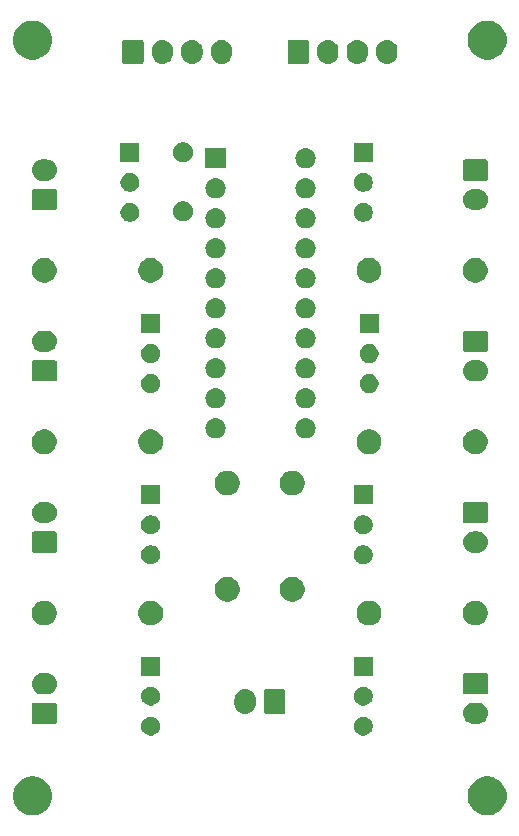
<source format=gbr>
G04 #@! TF.GenerationSoftware,KiCad,Pcbnew,(5.1.4)-1*
G04 #@! TF.CreationDate,2020-01-27T08:50:11+02:00*
G04 #@! TF.ProjectId,8_switch_array,385f7377-6974-4636-985f-61727261792e,rev?*
G04 #@! TF.SameCoordinates,Original*
G04 #@! TF.FileFunction,Soldermask,Top*
G04 #@! TF.FilePolarity,Negative*
%FSLAX46Y46*%
G04 Gerber Fmt 4.6, Leading zero omitted, Abs format (unit mm)*
G04 Created by KiCad (PCBNEW (5.1.4)-1) date 2020-01-27 08:50:11*
%MOMM*%
%LPD*%
G04 APERTURE LIST*
%ADD10C,0.100000*%
G04 APERTURE END LIST*
D10*
G36*
X166375256Y-99391298D02*
G01*
X166481579Y-99412447D01*
X166782042Y-99536903D01*
X167052451Y-99717585D01*
X167282415Y-99947549D01*
X167463097Y-100217958D01*
X167587553Y-100518421D01*
X167651000Y-100837391D01*
X167651000Y-101162609D01*
X167587553Y-101481579D01*
X167463097Y-101782042D01*
X167282415Y-102052451D01*
X167052451Y-102282415D01*
X166782042Y-102463097D01*
X166481579Y-102587553D01*
X166375256Y-102608702D01*
X166162611Y-102651000D01*
X165837389Y-102651000D01*
X165624744Y-102608702D01*
X165518421Y-102587553D01*
X165217958Y-102463097D01*
X164947549Y-102282415D01*
X164717585Y-102052451D01*
X164536903Y-101782042D01*
X164412447Y-101481579D01*
X164349000Y-101162609D01*
X164349000Y-100837391D01*
X164412447Y-100518421D01*
X164536903Y-100217958D01*
X164717585Y-99947549D01*
X164947549Y-99717585D01*
X165217958Y-99536903D01*
X165518421Y-99412447D01*
X165624744Y-99391298D01*
X165837389Y-99349000D01*
X166162611Y-99349000D01*
X166375256Y-99391298D01*
X166375256Y-99391298D01*
G37*
G36*
X127875256Y-99391298D02*
G01*
X127981579Y-99412447D01*
X128282042Y-99536903D01*
X128552451Y-99717585D01*
X128782415Y-99947549D01*
X128963097Y-100217958D01*
X129087553Y-100518421D01*
X129151000Y-100837391D01*
X129151000Y-101162609D01*
X129087553Y-101481579D01*
X128963097Y-101782042D01*
X128782415Y-102052451D01*
X128552451Y-102282415D01*
X128282042Y-102463097D01*
X127981579Y-102587553D01*
X127875256Y-102608702D01*
X127662611Y-102651000D01*
X127337389Y-102651000D01*
X127124744Y-102608702D01*
X127018421Y-102587553D01*
X126717958Y-102463097D01*
X126447549Y-102282415D01*
X126217585Y-102052451D01*
X126036903Y-101782042D01*
X125912447Y-101481579D01*
X125849000Y-101162609D01*
X125849000Y-100837391D01*
X125912447Y-100518421D01*
X126036903Y-100217958D01*
X126217585Y-99947549D01*
X126447549Y-99717585D01*
X126717958Y-99536903D01*
X127018421Y-99412447D01*
X127124744Y-99391298D01*
X127337389Y-99349000D01*
X127662611Y-99349000D01*
X127875256Y-99391298D01*
X127875256Y-99391298D01*
G37*
G36*
X137733642Y-94309781D02*
G01*
X137879414Y-94370162D01*
X137879416Y-94370163D01*
X138010608Y-94457822D01*
X138122178Y-94569392D01*
X138209837Y-94700584D01*
X138209838Y-94700586D01*
X138270219Y-94846358D01*
X138301000Y-95001107D01*
X138301000Y-95158893D01*
X138270219Y-95313642D01*
X138209838Y-95459414D01*
X138209837Y-95459416D01*
X138122178Y-95590608D01*
X138010608Y-95702178D01*
X137879416Y-95789837D01*
X137879415Y-95789838D01*
X137879414Y-95789838D01*
X137733642Y-95850219D01*
X137578893Y-95881000D01*
X137421107Y-95881000D01*
X137266358Y-95850219D01*
X137120586Y-95789838D01*
X137120585Y-95789838D01*
X137120584Y-95789837D01*
X136989392Y-95702178D01*
X136877822Y-95590608D01*
X136790163Y-95459416D01*
X136790162Y-95459414D01*
X136729781Y-95313642D01*
X136699000Y-95158893D01*
X136699000Y-95001107D01*
X136729781Y-94846358D01*
X136790162Y-94700586D01*
X136790163Y-94700584D01*
X136877822Y-94569392D01*
X136989392Y-94457822D01*
X137120584Y-94370163D01*
X137120586Y-94370162D01*
X137266358Y-94309781D01*
X137421107Y-94279000D01*
X137578893Y-94279000D01*
X137733642Y-94309781D01*
X137733642Y-94309781D01*
G37*
G36*
X155733642Y-94309781D02*
G01*
X155879414Y-94370162D01*
X155879416Y-94370163D01*
X156010608Y-94457822D01*
X156122178Y-94569392D01*
X156209837Y-94700584D01*
X156209838Y-94700586D01*
X156270219Y-94846358D01*
X156301000Y-95001107D01*
X156301000Y-95158893D01*
X156270219Y-95313642D01*
X156209838Y-95459414D01*
X156209837Y-95459416D01*
X156122178Y-95590608D01*
X156010608Y-95702178D01*
X155879416Y-95789837D01*
X155879415Y-95789838D01*
X155879414Y-95789838D01*
X155733642Y-95850219D01*
X155578893Y-95881000D01*
X155421107Y-95881000D01*
X155266358Y-95850219D01*
X155120586Y-95789838D01*
X155120585Y-95789838D01*
X155120584Y-95789837D01*
X154989392Y-95702178D01*
X154877822Y-95590608D01*
X154790163Y-95459416D01*
X154790162Y-95459414D01*
X154729781Y-95313642D01*
X154699000Y-95158893D01*
X154699000Y-95001107D01*
X154729781Y-94846358D01*
X154790162Y-94700586D01*
X154790163Y-94700584D01*
X154877822Y-94569392D01*
X154989392Y-94457822D01*
X155120584Y-94370163D01*
X155120586Y-94370162D01*
X155266358Y-94309781D01*
X155421107Y-94279000D01*
X155578893Y-94279000D01*
X155733642Y-94309781D01*
X155733642Y-94309781D01*
G37*
G36*
X165234760Y-93102989D02*
G01*
X165326627Y-93112037D01*
X165496466Y-93163557D01*
X165652991Y-93247222D01*
X165688729Y-93276552D01*
X165790186Y-93359814D01*
X165873448Y-93461271D01*
X165902778Y-93497009D01*
X165986443Y-93653534D01*
X166037963Y-93823373D01*
X166055359Y-94000000D01*
X166037963Y-94176627D01*
X165986443Y-94346466D01*
X165902778Y-94502991D01*
X165873448Y-94538729D01*
X165790186Y-94640186D01*
X165716587Y-94700586D01*
X165652991Y-94752778D01*
X165496466Y-94836443D01*
X165326627Y-94887963D01*
X165260443Y-94894481D01*
X165194260Y-94901000D01*
X164805740Y-94901000D01*
X164739557Y-94894481D01*
X164673373Y-94887963D01*
X164503534Y-94836443D01*
X164347009Y-94752778D01*
X164283413Y-94700586D01*
X164209814Y-94640186D01*
X164126552Y-94538729D01*
X164097222Y-94502991D01*
X164013557Y-94346466D01*
X163962037Y-94176627D01*
X163944641Y-94000000D01*
X163962037Y-93823373D01*
X164013557Y-93653534D01*
X164097222Y-93497009D01*
X164126552Y-93461271D01*
X164209814Y-93359814D01*
X164311271Y-93276552D01*
X164347009Y-93247222D01*
X164503534Y-93163557D01*
X164673373Y-93112037D01*
X164765240Y-93102989D01*
X164805740Y-93099000D01*
X165194260Y-93099000D01*
X165234760Y-93102989D01*
X165234760Y-93102989D01*
G37*
G36*
X129408600Y-93102989D02*
G01*
X129441652Y-93113015D01*
X129472103Y-93129292D01*
X129498799Y-93151201D01*
X129520708Y-93177897D01*
X129536985Y-93208348D01*
X129547011Y-93241400D01*
X129551000Y-93281903D01*
X129551000Y-94718097D01*
X129547011Y-94758600D01*
X129536985Y-94791652D01*
X129520708Y-94822103D01*
X129498799Y-94848799D01*
X129472103Y-94870708D01*
X129441652Y-94886985D01*
X129408600Y-94897011D01*
X129368097Y-94901000D01*
X127631903Y-94901000D01*
X127591400Y-94897011D01*
X127558348Y-94886985D01*
X127527897Y-94870708D01*
X127501201Y-94848799D01*
X127479292Y-94822103D01*
X127463015Y-94791652D01*
X127452989Y-94758600D01*
X127449000Y-94718097D01*
X127449000Y-93281903D01*
X127452989Y-93241400D01*
X127463015Y-93208348D01*
X127479292Y-93177897D01*
X127501201Y-93151201D01*
X127527897Y-93129292D01*
X127558348Y-93113015D01*
X127591400Y-93102989D01*
X127631903Y-93099000D01*
X129368097Y-93099000D01*
X129408600Y-93102989D01*
X129408600Y-93102989D01*
G37*
G36*
X145676627Y-91962037D02*
G01*
X145846466Y-92013557D01*
X146002991Y-92097222D01*
X146038729Y-92126552D01*
X146140186Y-92209814D01*
X146219416Y-92306357D01*
X146252778Y-92347009D01*
X146336443Y-92503534D01*
X146387963Y-92673374D01*
X146387963Y-92673376D01*
X146401000Y-92805741D01*
X146401000Y-93194260D01*
X146396357Y-93241400D01*
X146387963Y-93326627D01*
X146336443Y-93496466D01*
X146252778Y-93652991D01*
X146252332Y-93653534D01*
X146140186Y-93790186D01*
X146002989Y-93902779D01*
X145846467Y-93986442D01*
X145846465Y-93986443D01*
X145676626Y-94037963D01*
X145500000Y-94055359D01*
X145323373Y-94037963D01*
X145153534Y-93986443D01*
X144997009Y-93902778D01*
X144954750Y-93868097D01*
X144859814Y-93790186D01*
X144747221Y-93652989D01*
X144663558Y-93496467D01*
X144663557Y-93496465D01*
X144612037Y-93326626D01*
X144604474Y-93249837D01*
X144599000Y-93194259D01*
X144599000Y-92805740D01*
X144612037Y-92673375D01*
X144612037Y-92673373D01*
X144663557Y-92503534D01*
X144747222Y-92347009D01*
X144859815Y-92209815D01*
X144997010Y-92097222D01*
X145153535Y-92013557D01*
X145323374Y-91962037D01*
X145500000Y-91944641D01*
X145676627Y-91962037D01*
X145676627Y-91962037D01*
G37*
G36*
X148758600Y-91952989D02*
G01*
X148791652Y-91963015D01*
X148822103Y-91979292D01*
X148848799Y-92001201D01*
X148870708Y-92027897D01*
X148886985Y-92058348D01*
X148897011Y-92091400D01*
X148901000Y-92131903D01*
X148901000Y-93868097D01*
X148897011Y-93908600D01*
X148886985Y-93941652D01*
X148870708Y-93972103D01*
X148848799Y-93998799D01*
X148822103Y-94020708D01*
X148791652Y-94036985D01*
X148758600Y-94047011D01*
X148718097Y-94051000D01*
X147281903Y-94051000D01*
X147241400Y-94047011D01*
X147208348Y-94036985D01*
X147177897Y-94020708D01*
X147151201Y-93998799D01*
X147129292Y-93972103D01*
X147113015Y-93941652D01*
X147102989Y-93908600D01*
X147099000Y-93868097D01*
X147099000Y-92131903D01*
X147102989Y-92091400D01*
X147113015Y-92058348D01*
X147129292Y-92027897D01*
X147151201Y-92001201D01*
X147177897Y-91979292D01*
X147208348Y-91963015D01*
X147241400Y-91952989D01*
X147281903Y-91949000D01*
X148718097Y-91949000D01*
X148758600Y-91952989D01*
X148758600Y-91952989D01*
G37*
G36*
X155733642Y-91769781D02*
G01*
X155879414Y-91830162D01*
X155879416Y-91830163D01*
X156010608Y-91917822D01*
X156122178Y-92029392D01*
X156209837Y-92160584D01*
X156209838Y-92160586D01*
X156270219Y-92306358D01*
X156301000Y-92461107D01*
X156301000Y-92618893D01*
X156270219Y-92773642D01*
X156256922Y-92805743D01*
X156209837Y-92919416D01*
X156122178Y-93050608D01*
X156010608Y-93162178D01*
X155879416Y-93249837D01*
X155879415Y-93249838D01*
X155879414Y-93249838D01*
X155733642Y-93310219D01*
X155578893Y-93341000D01*
X155421107Y-93341000D01*
X155266358Y-93310219D01*
X155120586Y-93249838D01*
X155120585Y-93249838D01*
X155120584Y-93249837D01*
X154989392Y-93162178D01*
X154877822Y-93050608D01*
X154790163Y-92919416D01*
X154743078Y-92805743D01*
X154729781Y-92773642D01*
X154699000Y-92618893D01*
X154699000Y-92461107D01*
X154729781Y-92306358D01*
X154790162Y-92160586D01*
X154790163Y-92160584D01*
X154877822Y-92029392D01*
X154989392Y-91917822D01*
X155120584Y-91830163D01*
X155120586Y-91830162D01*
X155266358Y-91769781D01*
X155421107Y-91739000D01*
X155578893Y-91739000D01*
X155733642Y-91769781D01*
X155733642Y-91769781D01*
G37*
G36*
X137733642Y-91769781D02*
G01*
X137879414Y-91830162D01*
X137879416Y-91830163D01*
X138010608Y-91917822D01*
X138122178Y-92029392D01*
X138209837Y-92160584D01*
X138209838Y-92160586D01*
X138270219Y-92306358D01*
X138301000Y-92461107D01*
X138301000Y-92618893D01*
X138270219Y-92773642D01*
X138256922Y-92805743D01*
X138209837Y-92919416D01*
X138122178Y-93050608D01*
X138010608Y-93162178D01*
X137879416Y-93249837D01*
X137879415Y-93249838D01*
X137879414Y-93249838D01*
X137733642Y-93310219D01*
X137578893Y-93341000D01*
X137421107Y-93341000D01*
X137266358Y-93310219D01*
X137120586Y-93249838D01*
X137120585Y-93249838D01*
X137120584Y-93249837D01*
X136989392Y-93162178D01*
X136877822Y-93050608D01*
X136790163Y-92919416D01*
X136743078Y-92805743D01*
X136729781Y-92773642D01*
X136699000Y-92618893D01*
X136699000Y-92461107D01*
X136729781Y-92306358D01*
X136790162Y-92160586D01*
X136790163Y-92160584D01*
X136877822Y-92029392D01*
X136989392Y-91917822D01*
X137120584Y-91830163D01*
X137120586Y-91830162D01*
X137266358Y-91769781D01*
X137421107Y-91739000D01*
X137578893Y-91739000D01*
X137733642Y-91769781D01*
X137733642Y-91769781D01*
G37*
G36*
X128734760Y-90602989D02*
G01*
X128826627Y-90612037D01*
X128996466Y-90663557D01*
X129152991Y-90747222D01*
X129188729Y-90776552D01*
X129290186Y-90859814D01*
X129373448Y-90961271D01*
X129402778Y-90997009D01*
X129486443Y-91153534D01*
X129537963Y-91323373D01*
X129555359Y-91500000D01*
X129537963Y-91676627D01*
X129486443Y-91846466D01*
X129402778Y-92002991D01*
X129382338Y-92027897D01*
X129290186Y-92140186D01*
X129200242Y-92214000D01*
X129152991Y-92252778D01*
X128996466Y-92336443D01*
X128826627Y-92387963D01*
X128760443Y-92394481D01*
X128694260Y-92401000D01*
X128305740Y-92401000D01*
X128239557Y-92394481D01*
X128173373Y-92387963D01*
X128003534Y-92336443D01*
X127847009Y-92252778D01*
X127799758Y-92214000D01*
X127709814Y-92140186D01*
X127617662Y-92027897D01*
X127597222Y-92002991D01*
X127513557Y-91846466D01*
X127462037Y-91676627D01*
X127444641Y-91500000D01*
X127462037Y-91323373D01*
X127513557Y-91153534D01*
X127597222Y-90997009D01*
X127626552Y-90961271D01*
X127709814Y-90859814D01*
X127811271Y-90776552D01*
X127847009Y-90747222D01*
X128003534Y-90663557D01*
X128173373Y-90612037D01*
X128265240Y-90602989D01*
X128305740Y-90599000D01*
X128694260Y-90599000D01*
X128734760Y-90602989D01*
X128734760Y-90602989D01*
G37*
G36*
X165908600Y-90602989D02*
G01*
X165941652Y-90613015D01*
X165972103Y-90629292D01*
X165998799Y-90651201D01*
X166020708Y-90677897D01*
X166036985Y-90708348D01*
X166047011Y-90741400D01*
X166051000Y-90781903D01*
X166051000Y-92218097D01*
X166047011Y-92258600D01*
X166036985Y-92291652D01*
X166020708Y-92322103D01*
X165998799Y-92348799D01*
X165972103Y-92370708D01*
X165941652Y-92386985D01*
X165908600Y-92397011D01*
X165868097Y-92401000D01*
X164131903Y-92401000D01*
X164091400Y-92397011D01*
X164058348Y-92386985D01*
X164027897Y-92370708D01*
X164001201Y-92348799D01*
X163979292Y-92322103D01*
X163963015Y-92291652D01*
X163952989Y-92258600D01*
X163949000Y-92218097D01*
X163949000Y-90781903D01*
X163952989Y-90741400D01*
X163963015Y-90708348D01*
X163979292Y-90677897D01*
X164001201Y-90651201D01*
X164027897Y-90629292D01*
X164058348Y-90613015D01*
X164091400Y-90602989D01*
X164131903Y-90599000D01*
X165868097Y-90599000D01*
X165908600Y-90602989D01*
X165908600Y-90602989D01*
G37*
G36*
X156301000Y-90801000D02*
G01*
X154699000Y-90801000D01*
X154699000Y-89199000D01*
X156301000Y-89199000D01*
X156301000Y-90801000D01*
X156301000Y-90801000D01*
G37*
G36*
X138301000Y-90801000D02*
G01*
X136699000Y-90801000D01*
X136699000Y-89199000D01*
X138301000Y-89199000D01*
X138301000Y-90801000D01*
X138301000Y-90801000D01*
G37*
G36*
X156306564Y-84489389D02*
G01*
X156497833Y-84568615D01*
X156497835Y-84568616D01*
X156669973Y-84683635D01*
X156816365Y-84830027D01*
X156931385Y-85002167D01*
X157010611Y-85193436D01*
X157051000Y-85396484D01*
X157051000Y-85603516D01*
X157010611Y-85806564D01*
X156931385Y-85997833D01*
X156931384Y-85997835D01*
X156816365Y-86169973D01*
X156669973Y-86316365D01*
X156497835Y-86431384D01*
X156497834Y-86431385D01*
X156497833Y-86431385D01*
X156306564Y-86510611D01*
X156103516Y-86551000D01*
X155896484Y-86551000D01*
X155693436Y-86510611D01*
X155502167Y-86431385D01*
X155502166Y-86431385D01*
X155502165Y-86431384D01*
X155330027Y-86316365D01*
X155183635Y-86169973D01*
X155068616Y-85997835D01*
X155068615Y-85997833D01*
X154989389Y-85806564D01*
X154949000Y-85603516D01*
X154949000Y-85396484D01*
X154989389Y-85193436D01*
X155068615Y-85002167D01*
X155183635Y-84830027D01*
X155330027Y-84683635D01*
X155502165Y-84568616D01*
X155502167Y-84568615D01*
X155693436Y-84489389D01*
X155896484Y-84449000D01*
X156103516Y-84449000D01*
X156306564Y-84489389D01*
X156306564Y-84489389D01*
G37*
G36*
X137806564Y-84489389D02*
G01*
X137997833Y-84568615D01*
X137997835Y-84568616D01*
X138169973Y-84683635D01*
X138316365Y-84830027D01*
X138431385Y-85002167D01*
X138510611Y-85193436D01*
X138551000Y-85396484D01*
X138551000Y-85603516D01*
X138510611Y-85806564D01*
X138431385Y-85997833D01*
X138431384Y-85997835D01*
X138316365Y-86169973D01*
X138169973Y-86316365D01*
X137997835Y-86431384D01*
X137997834Y-86431385D01*
X137997833Y-86431385D01*
X137806564Y-86510611D01*
X137603516Y-86551000D01*
X137396484Y-86551000D01*
X137193436Y-86510611D01*
X137002167Y-86431385D01*
X137002166Y-86431385D01*
X137002165Y-86431384D01*
X136830027Y-86316365D01*
X136683635Y-86169973D01*
X136568616Y-85997835D01*
X136568615Y-85997833D01*
X136489389Y-85806564D01*
X136449000Y-85603516D01*
X136449000Y-85396484D01*
X136489389Y-85193436D01*
X136568615Y-85002167D01*
X136683635Y-84830027D01*
X136830027Y-84683635D01*
X137002165Y-84568616D01*
X137002167Y-84568615D01*
X137193436Y-84489389D01*
X137396484Y-84449000D01*
X137603516Y-84449000D01*
X137806564Y-84489389D01*
X137806564Y-84489389D01*
G37*
G36*
X128806564Y-84489389D02*
G01*
X128997833Y-84568615D01*
X128997835Y-84568616D01*
X129169973Y-84683635D01*
X129316365Y-84830027D01*
X129431385Y-85002167D01*
X129510611Y-85193436D01*
X129551000Y-85396484D01*
X129551000Y-85603516D01*
X129510611Y-85806564D01*
X129431385Y-85997833D01*
X129431384Y-85997835D01*
X129316365Y-86169973D01*
X129169973Y-86316365D01*
X128997835Y-86431384D01*
X128997834Y-86431385D01*
X128997833Y-86431385D01*
X128806564Y-86510611D01*
X128603516Y-86551000D01*
X128396484Y-86551000D01*
X128193436Y-86510611D01*
X128002167Y-86431385D01*
X128002166Y-86431385D01*
X128002165Y-86431384D01*
X127830027Y-86316365D01*
X127683635Y-86169973D01*
X127568616Y-85997835D01*
X127568615Y-85997833D01*
X127489389Y-85806564D01*
X127449000Y-85603516D01*
X127449000Y-85396484D01*
X127489389Y-85193436D01*
X127568615Y-85002167D01*
X127683635Y-84830027D01*
X127830027Y-84683635D01*
X128002165Y-84568616D01*
X128002167Y-84568615D01*
X128193436Y-84489389D01*
X128396484Y-84449000D01*
X128603516Y-84449000D01*
X128806564Y-84489389D01*
X128806564Y-84489389D01*
G37*
G36*
X165306564Y-84489389D02*
G01*
X165497833Y-84568615D01*
X165497835Y-84568616D01*
X165669973Y-84683635D01*
X165816365Y-84830027D01*
X165931385Y-85002167D01*
X166010611Y-85193436D01*
X166051000Y-85396484D01*
X166051000Y-85603516D01*
X166010611Y-85806564D01*
X165931385Y-85997833D01*
X165931384Y-85997835D01*
X165816365Y-86169973D01*
X165669973Y-86316365D01*
X165497835Y-86431384D01*
X165497834Y-86431385D01*
X165497833Y-86431385D01*
X165306564Y-86510611D01*
X165103516Y-86551000D01*
X164896484Y-86551000D01*
X164693436Y-86510611D01*
X164502167Y-86431385D01*
X164502166Y-86431385D01*
X164502165Y-86431384D01*
X164330027Y-86316365D01*
X164183635Y-86169973D01*
X164068616Y-85997835D01*
X164068615Y-85997833D01*
X163989389Y-85806564D01*
X163949000Y-85603516D01*
X163949000Y-85396484D01*
X163989389Y-85193436D01*
X164068615Y-85002167D01*
X164183635Y-84830027D01*
X164330027Y-84683635D01*
X164502165Y-84568616D01*
X164502167Y-84568615D01*
X164693436Y-84489389D01*
X164896484Y-84449000D01*
X165103516Y-84449000D01*
X165306564Y-84489389D01*
X165306564Y-84489389D01*
G37*
G36*
X144306564Y-82489389D02*
G01*
X144497833Y-82568615D01*
X144497835Y-82568616D01*
X144669973Y-82683635D01*
X144816365Y-82830027D01*
X144931385Y-83002167D01*
X145010611Y-83193436D01*
X145051000Y-83396484D01*
X145051000Y-83603516D01*
X145010611Y-83806564D01*
X144931385Y-83997833D01*
X144931384Y-83997835D01*
X144816365Y-84169973D01*
X144669973Y-84316365D01*
X144497835Y-84431384D01*
X144497834Y-84431385D01*
X144497833Y-84431385D01*
X144306564Y-84510611D01*
X144103516Y-84551000D01*
X143896484Y-84551000D01*
X143693436Y-84510611D01*
X143502167Y-84431385D01*
X143502166Y-84431385D01*
X143502165Y-84431384D01*
X143330027Y-84316365D01*
X143183635Y-84169973D01*
X143068616Y-83997835D01*
X143068615Y-83997833D01*
X142989389Y-83806564D01*
X142949000Y-83603516D01*
X142949000Y-83396484D01*
X142989389Y-83193436D01*
X143068615Y-83002167D01*
X143183635Y-82830027D01*
X143330027Y-82683635D01*
X143502165Y-82568616D01*
X143502167Y-82568615D01*
X143693436Y-82489389D01*
X143896484Y-82449000D01*
X144103516Y-82449000D01*
X144306564Y-82489389D01*
X144306564Y-82489389D01*
G37*
G36*
X149806564Y-82489389D02*
G01*
X149997833Y-82568615D01*
X149997835Y-82568616D01*
X150169973Y-82683635D01*
X150316365Y-82830027D01*
X150431385Y-83002167D01*
X150510611Y-83193436D01*
X150551000Y-83396484D01*
X150551000Y-83603516D01*
X150510611Y-83806564D01*
X150431385Y-83997833D01*
X150431384Y-83997835D01*
X150316365Y-84169973D01*
X150169973Y-84316365D01*
X149997835Y-84431384D01*
X149997834Y-84431385D01*
X149997833Y-84431385D01*
X149806564Y-84510611D01*
X149603516Y-84551000D01*
X149396484Y-84551000D01*
X149193436Y-84510611D01*
X149002167Y-84431385D01*
X149002166Y-84431385D01*
X149002165Y-84431384D01*
X148830027Y-84316365D01*
X148683635Y-84169973D01*
X148568616Y-83997835D01*
X148568615Y-83997833D01*
X148489389Y-83806564D01*
X148449000Y-83603516D01*
X148449000Y-83396484D01*
X148489389Y-83193436D01*
X148568615Y-83002167D01*
X148683635Y-82830027D01*
X148830027Y-82683635D01*
X149002165Y-82568616D01*
X149002167Y-82568615D01*
X149193436Y-82489389D01*
X149396484Y-82449000D01*
X149603516Y-82449000D01*
X149806564Y-82489389D01*
X149806564Y-82489389D01*
G37*
G36*
X155733642Y-79809781D02*
G01*
X155879414Y-79870162D01*
X155879416Y-79870163D01*
X156010608Y-79957822D01*
X156122178Y-80069392D01*
X156209837Y-80200584D01*
X156209838Y-80200586D01*
X156270219Y-80346358D01*
X156301000Y-80501107D01*
X156301000Y-80658893D01*
X156270219Y-80813642D01*
X156209838Y-80959414D01*
X156209837Y-80959416D01*
X156122178Y-81090608D01*
X156010608Y-81202178D01*
X155879416Y-81289837D01*
X155879415Y-81289838D01*
X155879414Y-81289838D01*
X155733642Y-81350219D01*
X155578893Y-81381000D01*
X155421107Y-81381000D01*
X155266358Y-81350219D01*
X155120586Y-81289838D01*
X155120585Y-81289838D01*
X155120584Y-81289837D01*
X154989392Y-81202178D01*
X154877822Y-81090608D01*
X154790163Y-80959416D01*
X154790162Y-80959414D01*
X154729781Y-80813642D01*
X154699000Y-80658893D01*
X154699000Y-80501107D01*
X154729781Y-80346358D01*
X154790162Y-80200586D01*
X154790163Y-80200584D01*
X154877822Y-80069392D01*
X154989392Y-79957822D01*
X155120584Y-79870163D01*
X155120586Y-79870162D01*
X155266358Y-79809781D01*
X155421107Y-79779000D01*
X155578893Y-79779000D01*
X155733642Y-79809781D01*
X155733642Y-79809781D01*
G37*
G36*
X137733642Y-79809781D02*
G01*
X137879414Y-79870162D01*
X137879416Y-79870163D01*
X138010608Y-79957822D01*
X138122178Y-80069392D01*
X138209837Y-80200584D01*
X138209838Y-80200586D01*
X138270219Y-80346358D01*
X138301000Y-80501107D01*
X138301000Y-80658893D01*
X138270219Y-80813642D01*
X138209838Y-80959414D01*
X138209837Y-80959416D01*
X138122178Y-81090608D01*
X138010608Y-81202178D01*
X137879416Y-81289837D01*
X137879415Y-81289838D01*
X137879414Y-81289838D01*
X137733642Y-81350219D01*
X137578893Y-81381000D01*
X137421107Y-81381000D01*
X137266358Y-81350219D01*
X137120586Y-81289838D01*
X137120585Y-81289838D01*
X137120584Y-81289837D01*
X136989392Y-81202178D01*
X136877822Y-81090608D01*
X136790163Y-80959416D01*
X136790162Y-80959414D01*
X136729781Y-80813642D01*
X136699000Y-80658893D01*
X136699000Y-80501107D01*
X136729781Y-80346358D01*
X136790162Y-80200586D01*
X136790163Y-80200584D01*
X136877822Y-80069392D01*
X136989392Y-79957822D01*
X137120584Y-79870163D01*
X137120586Y-79870162D01*
X137266358Y-79809781D01*
X137421107Y-79779000D01*
X137578893Y-79779000D01*
X137733642Y-79809781D01*
X137733642Y-79809781D01*
G37*
G36*
X129408600Y-78602989D02*
G01*
X129441652Y-78613015D01*
X129472103Y-78629292D01*
X129498799Y-78651201D01*
X129520708Y-78677897D01*
X129536985Y-78708348D01*
X129547011Y-78741400D01*
X129551000Y-78781903D01*
X129551000Y-80218097D01*
X129547011Y-80258600D01*
X129536985Y-80291652D01*
X129520708Y-80322103D01*
X129498799Y-80348799D01*
X129472103Y-80370708D01*
X129441652Y-80386985D01*
X129408600Y-80397011D01*
X129368097Y-80401000D01*
X127631903Y-80401000D01*
X127591400Y-80397011D01*
X127558348Y-80386985D01*
X127527897Y-80370708D01*
X127501201Y-80348799D01*
X127479292Y-80322103D01*
X127463015Y-80291652D01*
X127452989Y-80258600D01*
X127449000Y-80218097D01*
X127449000Y-78781903D01*
X127452989Y-78741400D01*
X127463015Y-78708348D01*
X127479292Y-78677897D01*
X127501201Y-78651201D01*
X127527897Y-78629292D01*
X127558348Y-78613015D01*
X127591400Y-78602989D01*
X127631903Y-78599000D01*
X129368097Y-78599000D01*
X129408600Y-78602989D01*
X129408600Y-78602989D01*
G37*
G36*
X165234760Y-78602989D02*
G01*
X165326627Y-78612037D01*
X165496466Y-78663557D01*
X165652991Y-78747222D01*
X165688729Y-78776552D01*
X165790186Y-78859814D01*
X165873448Y-78961271D01*
X165902778Y-78997009D01*
X165986443Y-79153534D01*
X166037963Y-79323373D01*
X166055359Y-79500000D01*
X166037963Y-79676627D01*
X165986443Y-79846466D01*
X165902778Y-80002991D01*
X165873448Y-80038729D01*
X165790186Y-80140186D01*
X165716587Y-80200586D01*
X165652991Y-80252778D01*
X165496466Y-80336443D01*
X165326627Y-80387963D01*
X165260442Y-80394482D01*
X165194260Y-80401000D01*
X164805740Y-80401000D01*
X164739558Y-80394482D01*
X164673373Y-80387963D01*
X164503534Y-80336443D01*
X164347009Y-80252778D01*
X164283413Y-80200586D01*
X164209814Y-80140186D01*
X164126552Y-80038729D01*
X164097222Y-80002991D01*
X164013557Y-79846466D01*
X163962037Y-79676627D01*
X163944641Y-79500000D01*
X163962037Y-79323373D01*
X164013557Y-79153534D01*
X164097222Y-78997009D01*
X164126552Y-78961271D01*
X164209814Y-78859814D01*
X164311271Y-78776552D01*
X164347009Y-78747222D01*
X164503534Y-78663557D01*
X164673373Y-78612037D01*
X164765240Y-78602989D01*
X164805740Y-78599000D01*
X165194260Y-78599000D01*
X165234760Y-78602989D01*
X165234760Y-78602989D01*
G37*
G36*
X137733642Y-77269781D02*
G01*
X137879414Y-77330162D01*
X137879416Y-77330163D01*
X138010608Y-77417822D01*
X138122178Y-77529392D01*
X138209837Y-77660584D01*
X138209838Y-77660586D01*
X138270219Y-77806358D01*
X138301000Y-77961107D01*
X138301000Y-78118893D01*
X138270219Y-78273642D01*
X138209838Y-78419414D01*
X138209837Y-78419416D01*
X138122178Y-78550608D01*
X138010608Y-78662178D01*
X137879416Y-78749837D01*
X137879415Y-78749838D01*
X137879414Y-78749838D01*
X137733642Y-78810219D01*
X137578893Y-78841000D01*
X137421107Y-78841000D01*
X137266358Y-78810219D01*
X137120586Y-78749838D01*
X137120585Y-78749838D01*
X137120584Y-78749837D01*
X136989392Y-78662178D01*
X136877822Y-78550608D01*
X136790163Y-78419416D01*
X136790162Y-78419414D01*
X136729781Y-78273642D01*
X136699000Y-78118893D01*
X136699000Y-77961107D01*
X136729781Y-77806358D01*
X136790162Y-77660586D01*
X136790163Y-77660584D01*
X136877822Y-77529392D01*
X136989392Y-77417822D01*
X137120584Y-77330163D01*
X137120586Y-77330162D01*
X137266358Y-77269781D01*
X137421107Y-77239000D01*
X137578893Y-77239000D01*
X137733642Y-77269781D01*
X137733642Y-77269781D01*
G37*
G36*
X155733642Y-77269781D02*
G01*
X155879414Y-77330162D01*
X155879416Y-77330163D01*
X156010608Y-77417822D01*
X156122178Y-77529392D01*
X156209837Y-77660584D01*
X156209838Y-77660586D01*
X156270219Y-77806358D01*
X156301000Y-77961107D01*
X156301000Y-78118893D01*
X156270219Y-78273642D01*
X156209838Y-78419414D01*
X156209837Y-78419416D01*
X156122178Y-78550608D01*
X156010608Y-78662178D01*
X155879416Y-78749837D01*
X155879415Y-78749838D01*
X155879414Y-78749838D01*
X155733642Y-78810219D01*
X155578893Y-78841000D01*
X155421107Y-78841000D01*
X155266358Y-78810219D01*
X155120586Y-78749838D01*
X155120585Y-78749838D01*
X155120584Y-78749837D01*
X154989392Y-78662178D01*
X154877822Y-78550608D01*
X154790163Y-78419416D01*
X154790162Y-78419414D01*
X154729781Y-78273642D01*
X154699000Y-78118893D01*
X154699000Y-77961107D01*
X154729781Y-77806358D01*
X154790162Y-77660586D01*
X154790163Y-77660584D01*
X154877822Y-77529392D01*
X154989392Y-77417822D01*
X155120584Y-77330163D01*
X155120586Y-77330162D01*
X155266358Y-77269781D01*
X155421107Y-77239000D01*
X155578893Y-77239000D01*
X155733642Y-77269781D01*
X155733642Y-77269781D01*
G37*
G36*
X165908600Y-76102989D02*
G01*
X165941652Y-76113015D01*
X165972103Y-76129292D01*
X165998799Y-76151201D01*
X166020708Y-76177897D01*
X166036985Y-76208348D01*
X166047011Y-76241400D01*
X166051000Y-76281903D01*
X166051000Y-77718097D01*
X166047011Y-77758600D01*
X166036985Y-77791652D01*
X166020708Y-77822103D01*
X165998799Y-77848799D01*
X165972103Y-77870708D01*
X165941652Y-77886985D01*
X165908600Y-77897011D01*
X165868097Y-77901000D01*
X164131903Y-77901000D01*
X164091400Y-77897011D01*
X164058348Y-77886985D01*
X164027897Y-77870708D01*
X164001201Y-77848799D01*
X163979292Y-77822103D01*
X163963015Y-77791652D01*
X163952989Y-77758600D01*
X163949000Y-77718097D01*
X163949000Y-76281903D01*
X163952989Y-76241400D01*
X163963015Y-76208348D01*
X163979292Y-76177897D01*
X164001201Y-76151201D01*
X164027897Y-76129292D01*
X164058348Y-76113015D01*
X164091400Y-76102989D01*
X164131903Y-76099000D01*
X165868097Y-76099000D01*
X165908600Y-76102989D01*
X165908600Y-76102989D01*
G37*
G36*
X128734760Y-76102989D02*
G01*
X128826627Y-76112037D01*
X128996466Y-76163557D01*
X129152991Y-76247222D01*
X129188729Y-76276552D01*
X129290186Y-76359814D01*
X129373448Y-76461271D01*
X129402778Y-76497009D01*
X129486443Y-76653534D01*
X129537963Y-76823373D01*
X129555359Y-77000000D01*
X129537963Y-77176627D01*
X129486443Y-77346466D01*
X129402778Y-77502991D01*
X129381111Y-77529392D01*
X129290186Y-77640186D01*
X129195250Y-77718097D01*
X129152991Y-77752778D01*
X128996466Y-77836443D01*
X128826627Y-77887963D01*
X128760442Y-77894482D01*
X128694260Y-77901000D01*
X128305740Y-77901000D01*
X128239558Y-77894482D01*
X128173373Y-77887963D01*
X128003534Y-77836443D01*
X127847009Y-77752778D01*
X127804750Y-77718097D01*
X127709814Y-77640186D01*
X127618889Y-77529392D01*
X127597222Y-77502991D01*
X127513557Y-77346466D01*
X127462037Y-77176627D01*
X127444641Y-77000000D01*
X127462037Y-76823373D01*
X127513557Y-76653534D01*
X127597222Y-76497009D01*
X127626552Y-76461271D01*
X127709814Y-76359814D01*
X127811271Y-76276552D01*
X127847009Y-76247222D01*
X128003534Y-76163557D01*
X128173373Y-76112037D01*
X128265240Y-76102989D01*
X128305740Y-76099000D01*
X128694260Y-76099000D01*
X128734760Y-76102989D01*
X128734760Y-76102989D01*
G37*
G36*
X138301000Y-76301000D02*
G01*
X136699000Y-76301000D01*
X136699000Y-74699000D01*
X138301000Y-74699000D01*
X138301000Y-76301000D01*
X138301000Y-76301000D01*
G37*
G36*
X156301000Y-76301000D02*
G01*
X154699000Y-76301000D01*
X154699000Y-74699000D01*
X156301000Y-74699000D01*
X156301000Y-76301000D01*
X156301000Y-76301000D01*
G37*
G36*
X149806564Y-73489389D02*
G01*
X149997833Y-73568615D01*
X149997835Y-73568616D01*
X150169973Y-73683635D01*
X150316365Y-73830027D01*
X150431385Y-74002167D01*
X150510611Y-74193436D01*
X150551000Y-74396484D01*
X150551000Y-74603516D01*
X150510611Y-74806564D01*
X150431385Y-74997833D01*
X150431384Y-74997835D01*
X150316365Y-75169973D01*
X150169973Y-75316365D01*
X149997835Y-75431384D01*
X149997834Y-75431385D01*
X149997833Y-75431385D01*
X149806564Y-75510611D01*
X149603516Y-75551000D01*
X149396484Y-75551000D01*
X149193436Y-75510611D01*
X149002167Y-75431385D01*
X149002166Y-75431385D01*
X149002165Y-75431384D01*
X148830027Y-75316365D01*
X148683635Y-75169973D01*
X148568616Y-74997835D01*
X148568615Y-74997833D01*
X148489389Y-74806564D01*
X148449000Y-74603516D01*
X148449000Y-74396484D01*
X148489389Y-74193436D01*
X148568615Y-74002167D01*
X148683635Y-73830027D01*
X148830027Y-73683635D01*
X149002165Y-73568616D01*
X149002167Y-73568615D01*
X149193436Y-73489389D01*
X149396484Y-73449000D01*
X149603516Y-73449000D01*
X149806564Y-73489389D01*
X149806564Y-73489389D01*
G37*
G36*
X144306564Y-73489389D02*
G01*
X144497833Y-73568615D01*
X144497835Y-73568616D01*
X144669973Y-73683635D01*
X144816365Y-73830027D01*
X144931385Y-74002167D01*
X145010611Y-74193436D01*
X145051000Y-74396484D01*
X145051000Y-74603516D01*
X145010611Y-74806564D01*
X144931385Y-74997833D01*
X144931384Y-74997835D01*
X144816365Y-75169973D01*
X144669973Y-75316365D01*
X144497835Y-75431384D01*
X144497834Y-75431385D01*
X144497833Y-75431385D01*
X144306564Y-75510611D01*
X144103516Y-75551000D01*
X143896484Y-75551000D01*
X143693436Y-75510611D01*
X143502167Y-75431385D01*
X143502166Y-75431385D01*
X143502165Y-75431384D01*
X143330027Y-75316365D01*
X143183635Y-75169973D01*
X143068616Y-74997835D01*
X143068615Y-74997833D01*
X142989389Y-74806564D01*
X142949000Y-74603516D01*
X142949000Y-74396484D01*
X142989389Y-74193436D01*
X143068615Y-74002167D01*
X143183635Y-73830027D01*
X143330027Y-73683635D01*
X143502165Y-73568616D01*
X143502167Y-73568615D01*
X143693436Y-73489389D01*
X143896484Y-73449000D01*
X144103516Y-73449000D01*
X144306564Y-73489389D01*
X144306564Y-73489389D01*
G37*
G36*
X156306564Y-69989389D02*
G01*
X156497833Y-70068615D01*
X156497835Y-70068616D01*
X156669973Y-70183635D01*
X156816365Y-70330027D01*
X156931385Y-70502167D01*
X157010611Y-70693436D01*
X157051000Y-70896484D01*
X157051000Y-71103516D01*
X157010611Y-71306564D01*
X156931385Y-71497833D01*
X156931384Y-71497835D01*
X156816365Y-71669973D01*
X156669973Y-71816365D01*
X156497835Y-71931384D01*
X156497834Y-71931385D01*
X156497833Y-71931385D01*
X156306564Y-72010611D01*
X156103516Y-72051000D01*
X155896484Y-72051000D01*
X155693436Y-72010611D01*
X155502167Y-71931385D01*
X155502166Y-71931385D01*
X155502165Y-71931384D01*
X155330027Y-71816365D01*
X155183635Y-71669973D01*
X155068616Y-71497835D01*
X155068615Y-71497833D01*
X154989389Y-71306564D01*
X154949000Y-71103516D01*
X154949000Y-70896484D01*
X154989389Y-70693436D01*
X155068615Y-70502167D01*
X155183635Y-70330027D01*
X155330027Y-70183635D01*
X155502165Y-70068616D01*
X155502167Y-70068615D01*
X155693436Y-69989389D01*
X155896484Y-69949000D01*
X156103516Y-69949000D01*
X156306564Y-69989389D01*
X156306564Y-69989389D01*
G37*
G36*
X128806564Y-69989389D02*
G01*
X128997833Y-70068615D01*
X128997835Y-70068616D01*
X129169973Y-70183635D01*
X129316365Y-70330027D01*
X129431385Y-70502167D01*
X129510611Y-70693436D01*
X129551000Y-70896484D01*
X129551000Y-71103516D01*
X129510611Y-71306564D01*
X129431385Y-71497833D01*
X129431384Y-71497835D01*
X129316365Y-71669973D01*
X129169973Y-71816365D01*
X128997835Y-71931384D01*
X128997834Y-71931385D01*
X128997833Y-71931385D01*
X128806564Y-72010611D01*
X128603516Y-72051000D01*
X128396484Y-72051000D01*
X128193436Y-72010611D01*
X128002167Y-71931385D01*
X128002166Y-71931385D01*
X128002165Y-71931384D01*
X127830027Y-71816365D01*
X127683635Y-71669973D01*
X127568616Y-71497835D01*
X127568615Y-71497833D01*
X127489389Y-71306564D01*
X127449000Y-71103516D01*
X127449000Y-70896484D01*
X127489389Y-70693436D01*
X127568615Y-70502167D01*
X127683635Y-70330027D01*
X127830027Y-70183635D01*
X128002165Y-70068616D01*
X128002167Y-70068615D01*
X128193436Y-69989389D01*
X128396484Y-69949000D01*
X128603516Y-69949000D01*
X128806564Y-69989389D01*
X128806564Y-69989389D01*
G37*
G36*
X137806564Y-69989389D02*
G01*
X137997833Y-70068615D01*
X137997835Y-70068616D01*
X138169973Y-70183635D01*
X138316365Y-70330027D01*
X138431385Y-70502167D01*
X138510611Y-70693436D01*
X138551000Y-70896484D01*
X138551000Y-71103516D01*
X138510611Y-71306564D01*
X138431385Y-71497833D01*
X138431384Y-71497835D01*
X138316365Y-71669973D01*
X138169973Y-71816365D01*
X137997835Y-71931384D01*
X137997834Y-71931385D01*
X137997833Y-71931385D01*
X137806564Y-72010611D01*
X137603516Y-72051000D01*
X137396484Y-72051000D01*
X137193436Y-72010611D01*
X137002167Y-71931385D01*
X137002166Y-71931385D01*
X137002165Y-71931384D01*
X136830027Y-71816365D01*
X136683635Y-71669973D01*
X136568616Y-71497835D01*
X136568615Y-71497833D01*
X136489389Y-71306564D01*
X136449000Y-71103516D01*
X136449000Y-70896484D01*
X136489389Y-70693436D01*
X136568615Y-70502167D01*
X136683635Y-70330027D01*
X136830027Y-70183635D01*
X137002165Y-70068616D01*
X137002167Y-70068615D01*
X137193436Y-69989389D01*
X137396484Y-69949000D01*
X137603516Y-69949000D01*
X137806564Y-69989389D01*
X137806564Y-69989389D01*
G37*
G36*
X165306564Y-69989389D02*
G01*
X165497833Y-70068615D01*
X165497835Y-70068616D01*
X165669973Y-70183635D01*
X165816365Y-70330027D01*
X165931385Y-70502167D01*
X166010611Y-70693436D01*
X166051000Y-70896484D01*
X166051000Y-71103516D01*
X166010611Y-71306564D01*
X165931385Y-71497833D01*
X165931384Y-71497835D01*
X165816365Y-71669973D01*
X165669973Y-71816365D01*
X165497835Y-71931384D01*
X165497834Y-71931385D01*
X165497833Y-71931385D01*
X165306564Y-72010611D01*
X165103516Y-72051000D01*
X164896484Y-72051000D01*
X164693436Y-72010611D01*
X164502167Y-71931385D01*
X164502166Y-71931385D01*
X164502165Y-71931384D01*
X164330027Y-71816365D01*
X164183635Y-71669973D01*
X164068616Y-71497835D01*
X164068615Y-71497833D01*
X163989389Y-71306564D01*
X163949000Y-71103516D01*
X163949000Y-70896484D01*
X163989389Y-70693436D01*
X164068615Y-70502167D01*
X164183635Y-70330027D01*
X164330027Y-70183635D01*
X164502165Y-70068616D01*
X164502167Y-70068615D01*
X164693436Y-69989389D01*
X164896484Y-69949000D01*
X165103516Y-69949000D01*
X165306564Y-69989389D01*
X165306564Y-69989389D01*
G37*
G36*
X143166823Y-69021313D02*
G01*
X143327242Y-69069976D01*
X143459906Y-69140886D01*
X143475078Y-69148996D01*
X143604659Y-69255341D01*
X143711004Y-69384922D01*
X143711005Y-69384924D01*
X143790024Y-69532758D01*
X143838687Y-69693177D01*
X143855117Y-69860000D01*
X143838687Y-70026823D01*
X143790024Y-70187242D01*
X143719114Y-70319906D01*
X143711004Y-70335078D01*
X143604659Y-70464659D01*
X143475078Y-70571004D01*
X143475076Y-70571005D01*
X143327242Y-70650024D01*
X143166823Y-70698687D01*
X143041804Y-70711000D01*
X142958196Y-70711000D01*
X142833177Y-70698687D01*
X142672758Y-70650024D01*
X142524924Y-70571005D01*
X142524922Y-70571004D01*
X142395341Y-70464659D01*
X142288996Y-70335078D01*
X142280886Y-70319906D01*
X142209976Y-70187242D01*
X142161313Y-70026823D01*
X142144883Y-69860000D01*
X142161313Y-69693177D01*
X142209976Y-69532758D01*
X142288995Y-69384924D01*
X142288996Y-69384922D01*
X142395341Y-69255341D01*
X142524922Y-69148996D01*
X142540094Y-69140886D01*
X142672758Y-69069976D01*
X142833177Y-69021313D01*
X142958196Y-69009000D01*
X143041804Y-69009000D01*
X143166823Y-69021313D01*
X143166823Y-69021313D01*
G37*
G36*
X150786823Y-69021313D02*
G01*
X150947242Y-69069976D01*
X151079906Y-69140886D01*
X151095078Y-69148996D01*
X151224659Y-69255341D01*
X151331004Y-69384922D01*
X151331005Y-69384924D01*
X151410024Y-69532758D01*
X151458687Y-69693177D01*
X151475117Y-69860000D01*
X151458687Y-70026823D01*
X151410024Y-70187242D01*
X151339114Y-70319906D01*
X151331004Y-70335078D01*
X151224659Y-70464659D01*
X151095078Y-70571004D01*
X151095076Y-70571005D01*
X150947242Y-70650024D01*
X150786823Y-70698687D01*
X150661804Y-70711000D01*
X150578196Y-70711000D01*
X150453177Y-70698687D01*
X150292758Y-70650024D01*
X150144924Y-70571005D01*
X150144922Y-70571004D01*
X150015341Y-70464659D01*
X149908996Y-70335078D01*
X149900886Y-70319906D01*
X149829976Y-70187242D01*
X149781313Y-70026823D01*
X149764883Y-69860000D01*
X149781313Y-69693177D01*
X149829976Y-69532758D01*
X149908995Y-69384924D01*
X149908996Y-69384922D01*
X150015341Y-69255341D01*
X150144922Y-69148996D01*
X150160094Y-69140886D01*
X150292758Y-69069976D01*
X150453177Y-69021313D01*
X150578196Y-69009000D01*
X150661804Y-69009000D01*
X150786823Y-69021313D01*
X150786823Y-69021313D01*
G37*
G36*
X150786823Y-66481313D02*
G01*
X150947242Y-66529976D01*
X151060676Y-66590608D01*
X151095078Y-66608996D01*
X151224659Y-66715341D01*
X151331004Y-66844922D01*
X151331005Y-66844924D01*
X151410024Y-66992758D01*
X151458687Y-67153177D01*
X151475117Y-67320000D01*
X151458687Y-67486823D01*
X151410024Y-67647242D01*
X151339114Y-67779906D01*
X151331004Y-67795078D01*
X151224659Y-67924659D01*
X151095078Y-68031004D01*
X151095076Y-68031005D01*
X150947242Y-68110024D01*
X150786823Y-68158687D01*
X150661804Y-68171000D01*
X150578196Y-68171000D01*
X150453177Y-68158687D01*
X150292758Y-68110024D01*
X150144924Y-68031005D01*
X150144922Y-68031004D01*
X150015341Y-67924659D01*
X149908996Y-67795078D01*
X149900886Y-67779906D01*
X149829976Y-67647242D01*
X149781313Y-67486823D01*
X149764883Y-67320000D01*
X149781313Y-67153177D01*
X149829976Y-66992758D01*
X149908995Y-66844924D01*
X149908996Y-66844922D01*
X150015341Y-66715341D01*
X150144922Y-66608996D01*
X150179324Y-66590608D01*
X150292758Y-66529976D01*
X150453177Y-66481313D01*
X150578196Y-66469000D01*
X150661804Y-66469000D01*
X150786823Y-66481313D01*
X150786823Y-66481313D01*
G37*
G36*
X143166823Y-66481313D02*
G01*
X143327242Y-66529976D01*
X143440676Y-66590608D01*
X143475078Y-66608996D01*
X143604659Y-66715341D01*
X143711004Y-66844922D01*
X143711005Y-66844924D01*
X143790024Y-66992758D01*
X143838687Y-67153177D01*
X143855117Y-67320000D01*
X143838687Y-67486823D01*
X143790024Y-67647242D01*
X143719114Y-67779906D01*
X143711004Y-67795078D01*
X143604659Y-67924659D01*
X143475078Y-68031004D01*
X143475076Y-68031005D01*
X143327242Y-68110024D01*
X143166823Y-68158687D01*
X143041804Y-68171000D01*
X142958196Y-68171000D01*
X142833177Y-68158687D01*
X142672758Y-68110024D01*
X142524924Y-68031005D01*
X142524922Y-68031004D01*
X142395341Y-67924659D01*
X142288996Y-67795078D01*
X142280886Y-67779906D01*
X142209976Y-67647242D01*
X142161313Y-67486823D01*
X142144883Y-67320000D01*
X142161313Y-67153177D01*
X142209976Y-66992758D01*
X142288995Y-66844924D01*
X142288996Y-66844922D01*
X142395341Y-66715341D01*
X142524922Y-66608996D01*
X142559324Y-66590608D01*
X142672758Y-66529976D01*
X142833177Y-66481313D01*
X142958196Y-66469000D01*
X143041804Y-66469000D01*
X143166823Y-66481313D01*
X143166823Y-66481313D01*
G37*
G36*
X156233642Y-65309781D02*
G01*
X156379414Y-65370162D01*
X156379416Y-65370163D01*
X156510608Y-65457822D01*
X156622178Y-65569392D01*
X156709837Y-65700584D01*
X156709838Y-65700586D01*
X156770219Y-65846358D01*
X156801000Y-66001107D01*
X156801000Y-66158893D01*
X156770219Y-66313642D01*
X156709838Y-66459414D01*
X156709837Y-66459416D01*
X156622178Y-66590608D01*
X156510608Y-66702178D01*
X156379416Y-66789837D01*
X156379415Y-66789838D01*
X156379414Y-66789838D01*
X156233642Y-66850219D01*
X156078893Y-66881000D01*
X155921107Y-66881000D01*
X155766358Y-66850219D01*
X155620586Y-66789838D01*
X155620585Y-66789838D01*
X155620584Y-66789837D01*
X155489392Y-66702178D01*
X155377822Y-66590608D01*
X155290163Y-66459416D01*
X155290162Y-66459414D01*
X155229781Y-66313642D01*
X155199000Y-66158893D01*
X155199000Y-66001107D01*
X155229781Y-65846358D01*
X155290162Y-65700586D01*
X155290163Y-65700584D01*
X155377822Y-65569392D01*
X155489392Y-65457822D01*
X155620584Y-65370163D01*
X155620586Y-65370162D01*
X155766358Y-65309781D01*
X155921107Y-65279000D01*
X156078893Y-65279000D01*
X156233642Y-65309781D01*
X156233642Y-65309781D01*
G37*
G36*
X137733642Y-65309781D02*
G01*
X137879414Y-65370162D01*
X137879416Y-65370163D01*
X138010608Y-65457822D01*
X138122178Y-65569392D01*
X138209837Y-65700584D01*
X138209838Y-65700586D01*
X138270219Y-65846358D01*
X138301000Y-66001107D01*
X138301000Y-66158893D01*
X138270219Y-66313642D01*
X138209838Y-66459414D01*
X138209837Y-66459416D01*
X138122178Y-66590608D01*
X138010608Y-66702178D01*
X137879416Y-66789837D01*
X137879415Y-66789838D01*
X137879414Y-66789838D01*
X137733642Y-66850219D01*
X137578893Y-66881000D01*
X137421107Y-66881000D01*
X137266358Y-66850219D01*
X137120586Y-66789838D01*
X137120585Y-66789838D01*
X137120584Y-66789837D01*
X136989392Y-66702178D01*
X136877822Y-66590608D01*
X136790163Y-66459416D01*
X136790162Y-66459414D01*
X136729781Y-66313642D01*
X136699000Y-66158893D01*
X136699000Y-66001107D01*
X136729781Y-65846358D01*
X136790162Y-65700586D01*
X136790163Y-65700584D01*
X136877822Y-65569392D01*
X136989392Y-65457822D01*
X137120584Y-65370163D01*
X137120586Y-65370162D01*
X137266358Y-65309781D01*
X137421107Y-65279000D01*
X137578893Y-65279000D01*
X137733642Y-65309781D01*
X137733642Y-65309781D01*
G37*
G36*
X129408600Y-64102989D02*
G01*
X129441652Y-64113015D01*
X129472103Y-64129292D01*
X129498799Y-64151201D01*
X129520708Y-64177897D01*
X129536985Y-64208348D01*
X129547011Y-64241400D01*
X129551000Y-64281903D01*
X129551000Y-65718097D01*
X129547011Y-65758600D01*
X129536985Y-65791652D01*
X129520708Y-65822103D01*
X129498799Y-65848799D01*
X129472103Y-65870708D01*
X129441652Y-65886985D01*
X129408600Y-65897011D01*
X129368097Y-65901000D01*
X127631903Y-65901000D01*
X127591400Y-65897011D01*
X127558348Y-65886985D01*
X127527897Y-65870708D01*
X127501201Y-65848799D01*
X127479292Y-65822103D01*
X127463015Y-65791652D01*
X127452989Y-65758600D01*
X127449000Y-65718097D01*
X127449000Y-64281903D01*
X127452989Y-64241400D01*
X127463015Y-64208348D01*
X127479292Y-64177897D01*
X127501201Y-64151201D01*
X127527897Y-64129292D01*
X127558348Y-64113015D01*
X127591400Y-64102989D01*
X127631903Y-64099000D01*
X129368097Y-64099000D01*
X129408600Y-64102989D01*
X129408600Y-64102989D01*
G37*
G36*
X165234760Y-64102989D02*
G01*
X165326627Y-64112037D01*
X165496466Y-64163557D01*
X165652991Y-64247222D01*
X165688729Y-64276552D01*
X165790186Y-64359814D01*
X165873448Y-64461271D01*
X165902778Y-64497009D01*
X165902779Y-64497011D01*
X165964871Y-64613175D01*
X165986443Y-64653534D01*
X166037963Y-64823373D01*
X166055359Y-65000000D01*
X166037963Y-65176627D01*
X165986443Y-65346466D01*
X165902778Y-65502991D01*
X165873448Y-65538729D01*
X165790186Y-65640186D01*
X165716587Y-65700586D01*
X165652991Y-65752778D01*
X165496466Y-65836443D01*
X165326627Y-65887963D01*
X165260442Y-65894482D01*
X165194260Y-65901000D01*
X164805740Y-65901000D01*
X164739558Y-65894482D01*
X164673373Y-65887963D01*
X164503534Y-65836443D01*
X164347009Y-65752778D01*
X164283413Y-65700586D01*
X164209814Y-65640186D01*
X164126552Y-65538729D01*
X164097222Y-65502991D01*
X164013557Y-65346466D01*
X163962037Y-65176627D01*
X163944641Y-65000000D01*
X163962037Y-64823373D01*
X164013557Y-64653534D01*
X164035130Y-64613175D01*
X164097221Y-64497011D01*
X164097222Y-64497009D01*
X164126552Y-64461271D01*
X164209814Y-64359814D01*
X164311271Y-64276552D01*
X164347009Y-64247222D01*
X164503534Y-64163557D01*
X164673373Y-64112037D01*
X164765240Y-64102989D01*
X164805740Y-64099000D01*
X165194260Y-64099000D01*
X165234760Y-64102989D01*
X165234760Y-64102989D01*
G37*
G36*
X150786823Y-63941313D02*
G01*
X150947242Y-63989976D01*
X151060676Y-64050608D01*
X151095078Y-64068996D01*
X151224659Y-64175341D01*
X151331004Y-64304922D01*
X151331005Y-64304924D01*
X151410024Y-64452758D01*
X151458687Y-64613177D01*
X151475117Y-64780000D01*
X151458687Y-64946823D01*
X151410024Y-65107242D01*
X151372938Y-65176625D01*
X151331004Y-65255078D01*
X151224659Y-65384659D01*
X151095078Y-65491004D01*
X151095076Y-65491005D01*
X150947242Y-65570024D01*
X150786823Y-65618687D01*
X150661804Y-65631000D01*
X150578196Y-65631000D01*
X150453177Y-65618687D01*
X150292758Y-65570024D01*
X150144924Y-65491005D01*
X150144922Y-65491004D01*
X150015341Y-65384659D01*
X149908996Y-65255078D01*
X149867062Y-65176625D01*
X149829976Y-65107242D01*
X149781313Y-64946823D01*
X149764883Y-64780000D01*
X149781313Y-64613177D01*
X149829976Y-64452758D01*
X149908995Y-64304924D01*
X149908996Y-64304922D01*
X150015341Y-64175341D01*
X150144922Y-64068996D01*
X150179324Y-64050608D01*
X150292758Y-63989976D01*
X150453177Y-63941313D01*
X150578196Y-63929000D01*
X150661804Y-63929000D01*
X150786823Y-63941313D01*
X150786823Y-63941313D01*
G37*
G36*
X143166823Y-63941313D02*
G01*
X143327242Y-63989976D01*
X143440676Y-64050608D01*
X143475078Y-64068996D01*
X143604659Y-64175341D01*
X143711004Y-64304922D01*
X143711005Y-64304924D01*
X143790024Y-64452758D01*
X143838687Y-64613177D01*
X143855117Y-64780000D01*
X143838687Y-64946823D01*
X143790024Y-65107242D01*
X143752938Y-65176625D01*
X143711004Y-65255078D01*
X143604659Y-65384659D01*
X143475078Y-65491004D01*
X143475076Y-65491005D01*
X143327242Y-65570024D01*
X143166823Y-65618687D01*
X143041804Y-65631000D01*
X142958196Y-65631000D01*
X142833177Y-65618687D01*
X142672758Y-65570024D01*
X142524924Y-65491005D01*
X142524922Y-65491004D01*
X142395341Y-65384659D01*
X142288996Y-65255078D01*
X142247062Y-65176625D01*
X142209976Y-65107242D01*
X142161313Y-64946823D01*
X142144883Y-64780000D01*
X142161313Y-64613177D01*
X142209976Y-64452758D01*
X142288995Y-64304924D01*
X142288996Y-64304922D01*
X142395341Y-64175341D01*
X142524922Y-64068996D01*
X142559324Y-64050608D01*
X142672758Y-63989976D01*
X142833177Y-63941313D01*
X142958196Y-63929000D01*
X143041804Y-63929000D01*
X143166823Y-63941313D01*
X143166823Y-63941313D01*
G37*
G36*
X156233642Y-62769781D02*
G01*
X156379414Y-62830162D01*
X156379416Y-62830163D01*
X156510608Y-62917822D01*
X156622178Y-63029392D01*
X156709837Y-63160584D01*
X156709838Y-63160586D01*
X156770219Y-63306358D01*
X156801000Y-63461107D01*
X156801000Y-63618893D01*
X156770219Y-63773642D01*
X156709838Y-63919414D01*
X156709837Y-63919416D01*
X156622178Y-64050608D01*
X156510608Y-64162178D01*
X156379416Y-64249837D01*
X156379415Y-64249838D01*
X156379414Y-64249838D01*
X156233642Y-64310219D01*
X156078893Y-64341000D01*
X155921107Y-64341000D01*
X155766358Y-64310219D01*
X155620586Y-64249838D01*
X155620585Y-64249838D01*
X155620584Y-64249837D01*
X155489392Y-64162178D01*
X155377822Y-64050608D01*
X155290163Y-63919416D01*
X155290162Y-63919414D01*
X155229781Y-63773642D01*
X155199000Y-63618893D01*
X155199000Y-63461107D01*
X155229781Y-63306358D01*
X155290162Y-63160586D01*
X155290163Y-63160584D01*
X155377822Y-63029392D01*
X155489392Y-62917822D01*
X155620584Y-62830163D01*
X155620586Y-62830162D01*
X155766358Y-62769781D01*
X155921107Y-62739000D01*
X156078893Y-62739000D01*
X156233642Y-62769781D01*
X156233642Y-62769781D01*
G37*
G36*
X137733642Y-62769781D02*
G01*
X137879414Y-62830162D01*
X137879416Y-62830163D01*
X138010608Y-62917822D01*
X138122178Y-63029392D01*
X138209837Y-63160584D01*
X138209838Y-63160586D01*
X138270219Y-63306358D01*
X138301000Y-63461107D01*
X138301000Y-63618893D01*
X138270219Y-63773642D01*
X138209838Y-63919414D01*
X138209837Y-63919416D01*
X138122178Y-64050608D01*
X138010608Y-64162178D01*
X137879416Y-64249837D01*
X137879415Y-64249838D01*
X137879414Y-64249838D01*
X137733642Y-64310219D01*
X137578893Y-64341000D01*
X137421107Y-64341000D01*
X137266358Y-64310219D01*
X137120586Y-64249838D01*
X137120585Y-64249838D01*
X137120584Y-64249837D01*
X136989392Y-64162178D01*
X136877822Y-64050608D01*
X136790163Y-63919416D01*
X136790162Y-63919414D01*
X136729781Y-63773642D01*
X136699000Y-63618893D01*
X136699000Y-63461107D01*
X136729781Y-63306358D01*
X136790162Y-63160586D01*
X136790163Y-63160584D01*
X136877822Y-63029392D01*
X136989392Y-62917822D01*
X137120584Y-62830163D01*
X137120586Y-62830162D01*
X137266358Y-62769781D01*
X137421107Y-62739000D01*
X137578893Y-62739000D01*
X137733642Y-62769781D01*
X137733642Y-62769781D01*
G37*
G36*
X165908600Y-61602989D02*
G01*
X165941652Y-61613015D01*
X165972103Y-61629292D01*
X165998799Y-61651201D01*
X166020708Y-61677897D01*
X166036985Y-61708348D01*
X166047011Y-61741400D01*
X166051000Y-61781903D01*
X166051000Y-63218097D01*
X166047011Y-63258600D01*
X166036985Y-63291652D01*
X166020708Y-63322103D01*
X165998799Y-63348799D01*
X165972103Y-63370708D01*
X165941652Y-63386985D01*
X165908600Y-63397011D01*
X165868097Y-63401000D01*
X164131903Y-63401000D01*
X164091400Y-63397011D01*
X164058348Y-63386985D01*
X164027897Y-63370708D01*
X164001201Y-63348799D01*
X163979292Y-63322103D01*
X163963015Y-63291652D01*
X163952989Y-63258600D01*
X163949000Y-63218097D01*
X163949000Y-61781903D01*
X163952989Y-61741400D01*
X163963015Y-61708348D01*
X163979292Y-61677897D01*
X164001201Y-61651201D01*
X164027897Y-61629292D01*
X164058348Y-61613015D01*
X164091400Y-61602989D01*
X164131903Y-61599000D01*
X165868097Y-61599000D01*
X165908600Y-61602989D01*
X165908600Y-61602989D01*
G37*
G36*
X128734760Y-61602989D02*
G01*
X128826627Y-61612037D01*
X128996466Y-61663557D01*
X129152991Y-61747222D01*
X129188729Y-61776552D01*
X129290186Y-61859814D01*
X129373448Y-61961271D01*
X129402778Y-61997009D01*
X129486443Y-62153534D01*
X129537963Y-62323373D01*
X129555359Y-62500000D01*
X129537963Y-62676627D01*
X129486443Y-62846466D01*
X129402778Y-63002991D01*
X129373448Y-63038729D01*
X129290186Y-63140186D01*
X129195250Y-63218097D01*
X129152991Y-63252778D01*
X128996466Y-63336443D01*
X128826627Y-63387963D01*
X128760442Y-63394482D01*
X128694260Y-63401000D01*
X128305740Y-63401000D01*
X128239558Y-63394482D01*
X128173373Y-63387963D01*
X128003534Y-63336443D01*
X127847009Y-63252778D01*
X127804750Y-63218097D01*
X127709814Y-63140186D01*
X127626552Y-63038729D01*
X127597222Y-63002991D01*
X127513557Y-62846466D01*
X127462037Y-62676627D01*
X127444641Y-62500000D01*
X127462037Y-62323373D01*
X127513557Y-62153534D01*
X127597222Y-61997009D01*
X127626552Y-61961271D01*
X127709814Y-61859814D01*
X127811271Y-61776552D01*
X127847009Y-61747222D01*
X128003534Y-61663557D01*
X128173373Y-61612037D01*
X128265240Y-61602989D01*
X128305740Y-61599000D01*
X128694260Y-61599000D01*
X128734760Y-61602989D01*
X128734760Y-61602989D01*
G37*
G36*
X143166823Y-61401313D02*
G01*
X143327242Y-61449976D01*
X143459906Y-61520886D01*
X143475078Y-61528996D01*
X143604659Y-61635341D01*
X143711004Y-61764922D01*
X143711005Y-61764924D01*
X143790024Y-61912758D01*
X143838687Y-62073177D01*
X143855117Y-62240000D01*
X143838687Y-62406823D01*
X143790024Y-62567242D01*
X143731556Y-62676627D01*
X143711004Y-62715078D01*
X143604659Y-62844659D01*
X143475078Y-62951004D01*
X143475076Y-62951005D01*
X143327242Y-63030024D01*
X143166823Y-63078687D01*
X143041804Y-63091000D01*
X142958196Y-63091000D01*
X142833177Y-63078687D01*
X142672758Y-63030024D01*
X142524924Y-62951005D01*
X142524922Y-62951004D01*
X142395341Y-62844659D01*
X142288996Y-62715078D01*
X142268444Y-62676627D01*
X142209976Y-62567242D01*
X142161313Y-62406823D01*
X142144883Y-62240000D01*
X142161313Y-62073177D01*
X142209976Y-61912758D01*
X142288995Y-61764924D01*
X142288996Y-61764922D01*
X142395341Y-61635341D01*
X142524922Y-61528996D01*
X142540094Y-61520886D01*
X142672758Y-61449976D01*
X142833177Y-61401313D01*
X142958196Y-61389000D01*
X143041804Y-61389000D01*
X143166823Y-61401313D01*
X143166823Y-61401313D01*
G37*
G36*
X150786823Y-61401313D02*
G01*
X150947242Y-61449976D01*
X151079906Y-61520886D01*
X151095078Y-61528996D01*
X151224659Y-61635341D01*
X151331004Y-61764922D01*
X151331005Y-61764924D01*
X151410024Y-61912758D01*
X151458687Y-62073177D01*
X151475117Y-62240000D01*
X151458687Y-62406823D01*
X151410024Y-62567242D01*
X151351556Y-62676627D01*
X151331004Y-62715078D01*
X151224659Y-62844659D01*
X151095078Y-62951004D01*
X151095076Y-62951005D01*
X150947242Y-63030024D01*
X150786823Y-63078687D01*
X150661804Y-63091000D01*
X150578196Y-63091000D01*
X150453177Y-63078687D01*
X150292758Y-63030024D01*
X150144924Y-62951005D01*
X150144922Y-62951004D01*
X150015341Y-62844659D01*
X149908996Y-62715078D01*
X149888444Y-62676627D01*
X149829976Y-62567242D01*
X149781313Y-62406823D01*
X149764883Y-62240000D01*
X149781313Y-62073177D01*
X149829976Y-61912758D01*
X149908995Y-61764924D01*
X149908996Y-61764922D01*
X150015341Y-61635341D01*
X150144922Y-61528996D01*
X150160094Y-61520886D01*
X150292758Y-61449976D01*
X150453177Y-61401313D01*
X150578196Y-61389000D01*
X150661804Y-61389000D01*
X150786823Y-61401313D01*
X150786823Y-61401313D01*
G37*
G36*
X138301000Y-61801000D02*
G01*
X136699000Y-61801000D01*
X136699000Y-60199000D01*
X138301000Y-60199000D01*
X138301000Y-61801000D01*
X138301000Y-61801000D01*
G37*
G36*
X156801000Y-61801000D02*
G01*
X155199000Y-61801000D01*
X155199000Y-60199000D01*
X156801000Y-60199000D01*
X156801000Y-61801000D01*
X156801000Y-61801000D01*
G37*
G36*
X150786823Y-58861313D02*
G01*
X150947242Y-58909976D01*
X151079906Y-58980886D01*
X151095078Y-58988996D01*
X151224659Y-59095341D01*
X151331004Y-59224922D01*
X151331005Y-59224924D01*
X151410024Y-59372758D01*
X151458687Y-59533177D01*
X151475117Y-59700000D01*
X151458687Y-59866823D01*
X151410024Y-60027242D01*
X151339114Y-60159906D01*
X151331004Y-60175078D01*
X151224659Y-60304659D01*
X151095078Y-60411004D01*
X151095076Y-60411005D01*
X150947242Y-60490024D01*
X150786823Y-60538687D01*
X150661804Y-60551000D01*
X150578196Y-60551000D01*
X150453177Y-60538687D01*
X150292758Y-60490024D01*
X150144924Y-60411005D01*
X150144922Y-60411004D01*
X150015341Y-60304659D01*
X149908996Y-60175078D01*
X149900886Y-60159906D01*
X149829976Y-60027242D01*
X149781313Y-59866823D01*
X149764883Y-59700000D01*
X149781313Y-59533177D01*
X149829976Y-59372758D01*
X149908995Y-59224924D01*
X149908996Y-59224922D01*
X150015341Y-59095341D01*
X150144922Y-58988996D01*
X150160094Y-58980886D01*
X150292758Y-58909976D01*
X150453177Y-58861313D01*
X150578196Y-58849000D01*
X150661804Y-58849000D01*
X150786823Y-58861313D01*
X150786823Y-58861313D01*
G37*
G36*
X143166823Y-58861313D02*
G01*
X143327242Y-58909976D01*
X143459906Y-58980886D01*
X143475078Y-58988996D01*
X143604659Y-59095341D01*
X143711004Y-59224922D01*
X143711005Y-59224924D01*
X143790024Y-59372758D01*
X143838687Y-59533177D01*
X143855117Y-59700000D01*
X143838687Y-59866823D01*
X143790024Y-60027242D01*
X143719114Y-60159906D01*
X143711004Y-60175078D01*
X143604659Y-60304659D01*
X143475078Y-60411004D01*
X143475076Y-60411005D01*
X143327242Y-60490024D01*
X143166823Y-60538687D01*
X143041804Y-60551000D01*
X142958196Y-60551000D01*
X142833177Y-60538687D01*
X142672758Y-60490024D01*
X142524924Y-60411005D01*
X142524922Y-60411004D01*
X142395341Y-60304659D01*
X142288996Y-60175078D01*
X142280886Y-60159906D01*
X142209976Y-60027242D01*
X142161313Y-59866823D01*
X142144883Y-59700000D01*
X142161313Y-59533177D01*
X142209976Y-59372758D01*
X142288995Y-59224924D01*
X142288996Y-59224922D01*
X142395341Y-59095341D01*
X142524922Y-58988996D01*
X142540094Y-58980886D01*
X142672758Y-58909976D01*
X142833177Y-58861313D01*
X142958196Y-58849000D01*
X143041804Y-58849000D01*
X143166823Y-58861313D01*
X143166823Y-58861313D01*
G37*
G36*
X143166823Y-56321313D02*
G01*
X143327242Y-56369976D01*
X143459906Y-56440886D01*
X143475078Y-56448996D01*
X143604659Y-56555341D01*
X143711004Y-56684922D01*
X143711005Y-56684924D01*
X143790024Y-56832758D01*
X143838687Y-56993177D01*
X143855117Y-57160000D01*
X143838687Y-57326823D01*
X143790024Y-57487242D01*
X143719114Y-57619906D01*
X143711004Y-57635078D01*
X143604659Y-57764659D01*
X143475078Y-57871004D01*
X143475076Y-57871005D01*
X143327242Y-57950024D01*
X143166823Y-57998687D01*
X143041804Y-58011000D01*
X142958196Y-58011000D01*
X142833177Y-57998687D01*
X142672758Y-57950024D01*
X142524924Y-57871005D01*
X142524922Y-57871004D01*
X142395341Y-57764659D01*
X142288996Y-57635078D01*
X142280886Y-57619906D01*
X142209976Y-57487242D01*
X142161313Y-57326823D01*
X142144883Y-57160000D01*
X142161313Y-56993177D01*
X142209976Y-56832758D01*
X142288995Y-56684924D01*
X142288996Y-56684922D01*
X142395341Y-56555341D01*
X142524922Y-56448996D01*
X142540094Y-56440886D01*
X142672758Y-56369976D01*
X142833177Y-56321313D01*
X142958196Y-56309000D01*
X143041804Y-56309000D01*
X143166823Y-56321313D01*
X143166823Y-56321313D01*
G37*
G36*
X150786823Y-56321313D02*
G01*
X150947242Y-56369976D01*
X151079906Y-56440886D01*
X151095078Y-56448996D01*
X151224659Y-56555341D01*
X151331004Y-56684922D01*
X151331005Y-56684924D01*
X151410024Y-56832758D01*
X151458687Y-56993177D01*
X151475117Y-57160000D01*
X151458687Y-57326823D01*
X151410024Y-57487242D01*
X151339114Y-57619906D01*
X151331004Y-57635078D01*
X151224659Y-57764659D01*
X151095078Y-57871004D01*
X151095076Y-57871005D01*
X150947242Y-57950024D01*
X150786823Y-57998687D01*
X150661804Y-58011000D01*
X150578196Y-58011000D01*
X150453177Y-57998687D01*
X150292758Y-57950024D01*
X150144924Y-57871005D01*
X150144922Y-57871004D01*
X150015341Y-57764659D01*
X149908996Y-57635078D01*
X149900886Y-57619906D01*
X149829976Y-57487242D01*
X149781313Y-57326823D01*
X149764883Y-57160000D01*
X149781313Y-56993177D01*
X149829976Y-56832758D01*
X149908995Y-56684924D01*
X149908996Y-56684922D01*
X150015341Y-56555341D01*
X150144922Y-56448996D01*
X150160094Y-56440886D01*
X150292758Y-56369976D01*
X150453177Y-56321313D01*
X150578196Y-56309000D01*
X150661804Y-56309000D01*
X150786823Y-56321313D01*
X150786823Y-56321313D01*
G37*
G36*
X128806564Y-55489389D02*
G01*
X128997833Y-55568615D01*
X128997835Y-55568616D01*
X129169973Y-55683635D01*
X129316365Y-55830027D01*
X129431385Y-56002167D01*
X129510611Y-56193436D01*
X129551000Y-56396484D01*
X129551000Y-56603516D01*
X129510611Y-56806564D01*
X129431385Y-56997833D01*
X129431384Y-56997835D01*
X129316365Y-57169973D01*
X129169973Y-57316365D01*
X128997835Y-57431384D01*
X128997834Y-57431385D01*
X128997833Y-57431385D01*
X128806564Y-57510611D01*
X128603516Y-57551000D01*
X128396484Y-57551000D01*
X128193436Y-57510611D01*
X128002167Y-57431385D01*
X128002166Y-57431385D01*
X128002165Y-57431384D01*
X127830027Y-57316365D01*
X127683635Y-57169973D01*
X127568616Y-56997835D01*
X127568615Y-56997833D01*
X127489389Y-56806564D01*
X127449000Y-56603516D01*
X127449000Y-56396484D01*
X127489389Y-56193436D01*
X127568615Y-56002167D01*
X127683635Y-55830027D01*
X127830027Y-55683635D01*
X128002165Y-55568616D01*
X128002167Y-55568615D01*
X128193436Y-55489389D01*
X128396484Y-55449000D01*
X128603516Y-55449000D01*
X128806564Y-55489389D01*
X128806564Y-55489389D01*
G37*
G36*
X165306564Y-55489389D02*
G01*
X165497833Y-55568615D01*
X165497835Y-55568616D01*
X165669973Y-55683635D01*
X165816365Y-55830027D01*
X165931385Y-56002167D01*
X166010611Y-56193436D01*
X166051000Y-56396484D01*
X166051000Y-56603516D01*
X166010611Y-56806564D01*
X165931385Y-56997833D01*
X165931384Y-56997835D01*
X165816365Y-57169973D01*
X165669973Y-57316365D01*
X165497835Y-57431384D01*
X165497834Y-57431385D01*
X165497833Y-57431385D01*
X165306564Y-57510611D01*
X165103516Y-57551000D01*
X164896484Y-57551000D01*
X164693436Y-57510611D01*
X164502167Y-57431385D01*
X164502166Y-57431385D01*
X164502165Y-57431384D01*
X164330027Y-57316365D01*
X164183635Y-57169973D01*
X164068616Y-56997835D01*
X164068615Y-56997833D01*
X163989389Y-56806564D01*
X163949000Y-56603516D01*
X163949000Y-56396484D01*
X163989389Y-56193436D01*
X164068615Y-56002167D01*
X164183635Y-55830027D01*
X164330027Y-55683635D01*
X164502165Y-55568616D01*
X164502167Y-55568615D01*
X164693436Y-55489389D01*
X164896484Y-55449000D01*
X165103516Y-55449000D01*
X165306564Y-55489389D01*
X165306564Y-55489389D01*
G37*
G36*
X137806564Y-55489389D02*
G01*
X137997833Y-55568615D01*
X137997835Y-55568616D01*
X138169973Y-55683635D01*
X138316365Y-55830027D01*
X138431385Y-56002167D01*
X138510611Y-56193436D01*
X138551000Y-56396484D01*
X138551000Y-56603516D01*
X138510611Y-56806564D01*
X138431385Y-56997833D01*
X138431384Y-56997835D01*
X138316365Y-57169973D01*
X138169973Y-57316365D01*
X137997835Y-57431384D01*
X137997834Y-57431385D01*
X137997833Y-57431385D01*
X137806564Y-57510611D01*
X137603516Y-57551000D01*
X137396484Y-57551000D01*
X137193436Y-57510611D01*
X137002167Y-57431385D01*
X137002166Y-57431385D01*
X137002165Y-57431384D01*
X136830027Y-57316365D01*
X136683635Y-57169973D01*
X136568616Y-56997835D01*
X136568615Y-56997833D01*
X136489389Y-56806564D01*
X136449000Y-56603516D01*
X136449000Y-56396484D01*
X136489389Y-56193436D01*
X136568615Y-56002167D01*
X136683635Y-55830027D01*
X136830027Y-55683635D01*
X137002165Y-55568616D01*
X137002167Y-55568615D01*
X137193436Y-55489389D01*
X137396484Y-55449000D01*
X137603516Y-55449000D01*
X137806564Y-55489389D01*
X137806564Y-55489389D01*
G37*
G36*
X156306564Y-55489389D02*
G01*
X156497833Y-55568615D01*
X156497835Y-55568616D01*
X156669973Y-55683635D01*
X156816365Y-55830027D01*
X156931385Y-56002167D01*
X157010611Y-56193436D01*
X157051000Y-56396484D01*
X157051000Y-56603516D01*
X157010611Y-56806564D01*
X156931385Y-56997833D01*
X156931384Y-56997835D01*
X156816365Y-57169973D01*
X156669973Y-57316365D01*
X156497835Y-57431384D01*
X156497834Y-57431385D01*
X156497833Y-57431385D01*
X156306564Y-57510611D01*
X156103516Y-57551000D01*
X155896484Y-57551000D01*
X155693436Y-57510611D01*
X155502167Y-57431385D01*
X155502166Y-57431385D01*
X155502165Y-57431384D01*
X155330027Y-57316365D01*
X155183635Y-57169973D01*
X155068616Y-56997835D01*
X155068615Y-56997833D01*
X154989389Y-56806564D01*
X154949000Y-56603516D01*
X154949000Y-56396484D01*
X154989389Y-56193436D01*
X155068615Y-56002167D01*
X155183635Y-55830027D01*
X155330027Y-55683635D01*
X155502165Y-55568616D01*
X155502167Y-55568615D01*
X155693436Y-55489389D01*
X155896484Y-55449000D01*
X156103516Y-55449000D01*
X156306564Y-55489389D01*
X156306564Y-55489389D01*
G37*
G36*
X150786823Y-53781313D02*
G01*
X150947242Y-53829976D01*
X151079906Y-53900886D01*
X151095078Y-53908996D01*
X151224659Y-54015341D01*
X151331004Y-54144922D01*
X151331005Y-54144924D01*
X151410024Y-54292758D01*
X151458687Y-54453177D01*
X151475117Y-54620000D01*
X151458687Y-54786823D01*
X151410024Y-54947242D01*
X151339114Y-55079906D01*
X151331004Y-55095078D01*
X151224659Y-55224659D01*
X151095078Y-55331004D01*
X151095076Y-55331005D01*
X150947242Y-55410024D01*
X150786823Y-55458687D01*
X150661804Y-55471000D01*
X150578196Y-55471000D01*
X150453177Y-55458687D01*
X150292758Y-55410024D01*
X150144924Y-55331005D01*
X150144922Y-55331004D01*
X150015341Y-55224659D01*
X149908996Y-55095078D01*
X149900886Y-55079906D01*
X149829976Y-54947242D01*
X149781313Y-54786823D01*
X149764883Y-54620000D01*
X149781313Y-54453177D01*
X149829976Y-54292758D01*
X149908995Y-54144924D01*
X149908996Y-54144922D01*
X150015341Y-54015341D01*
X150144922Y-53908996D01*
X150160094Y-53900886D01*
X150292758Y-53829976D01*
X150453177Y-53781313D01*
X150578196Y-53769000D01*
X150661804Y-53769000D01*
X150786823Y-53781313D01*
X150786823Y-53781313D01*
G37*
G36*
X143166823Y-53781313D02*
G01*
X143327242Y-53829976D01*
X143459906Y-53900886D01*
X143475078Y-53908996D01*
X143604659Y-54015341D01*
X143711004Y-54144922D01*
X143711005Y-54144924D01*
X143790024Y-54292758D01*
X143838687Y-54453177D01*
X143855117Y-54620000D01*
X143838687Y-54786823D01*
X143790024Y-54947242D01*
X143719114Y-55079906D01*
X143711004Y-55095078D01*
X143604659Y-55224659D01*
X143475078Y-55331004D01*
X143475076Y-55331005D01*
X143327242Y-55410024D01*
X143166823Y-55458687D01*
X143041804Y-55471000D01*
X142958196Y-55471000D01*
X142833177Y-55458687D01*
X142672758Y-55410024D01*
X142524924Y-55331005D01*
X142524922Y-55331004D01*
X142395341Y-55224659D01*
X142288996Y-55095078D01*
X142280886Y-55079906D01*
X142209976Y-54947242D01*
X142161313Y-54786823D01*
X142144883Y-54620000D01*
X142161313Y-54453177D01*
X142209976Y-54292758D01*
X142288995Y-54144924D01*
X142288996Y-54144922D01*
X142395341Y-54015341D01*
X142524922Y-53908996D01*
X142540094Y-53900886D01*
X142672758Y-53829976D01*
X142833177Y-53781313D01*
X142958196Y-53769000D01*
X143041804Y-53769000D01*
X143166823Y-53781313D01*
X143166823Y-53781313D01*
G37*
G36*
X150786823Y-51241313D02*
G01*
X150917380Y-51280917D01*
X150924991Y-51283226D01*
X150947242Y-51289976D01*
X151052723Y-51346357D01*
X151095078Y-51368996D01*
X151224659Y-51475341D01*
X151331004Y-51604922D01*
X151331005Y-51604924D01*
X151410024Y-51752758D01*
X151458687Y-51913177D01*
X151475117Y-52080000D01*
X151458687Y-52246823D01*
X151445638Y-52289838D01*
X151417985Y-52381000D01*
X151410024Y-52407242D01*
X151339114Y-52539906D01*
X151331004Y-52555078D01*
X151224659Y-52684659D01*
X151095078Y-52791004D01*
X151095076Y-52791005D01*
X150947242Y-52870024D01*
X150786823Y-52918687D01*
X150661804Y-52931000D01*
X150578196Y-52931000D01*
X150453177Y-52918687D01*
X150292758Y-52870024D01*
X150144924Y-52791005D01*
X150144922Y-52791004D01*
X150015341Y-52684659D01*
X149908996Y-52555078D01*
X149900886Y-52539906D01*
X149829976Y-52407242D01*
X149822016Y-52381000D01*
X149794362Y-52289838D01*
X149781313Y-52246823D01*
X149764883Y-52080000D01*
X149781313Y-51913177D01*
X149829976Y-51752758D01*
X149908995Y-51604924D01*
X149908996Y-51604922D01*
X150015341Y-51475341D01*
X150144922Y-51368996D01*
X150187277Y-51346357D01*
X150292758Y-51289976D01*
X150315010Y-51283226D01*
X150322620Y-51280917D01*
X150453177Y-51241313D01*
X150578196Y-51229000D01*
X150661804Y-51229000D01*
X150786823Y-51241313D01*
X150786823Y-51241313D01*
G37*
G36*
X143166823Y-51241313D02*
G01*
X143297380Y-51280917D01*
X143304991Y-51283226D01*
X143327242Y-51289976D01*
X143432723Y-51346357D01*
X143475078Y-51368996D01*
X143604659Y-51475341D01*
X143711004Y-51604922D01*
X143711005Y-51604924D01*
X143790024Y-51752758D01*
X143838687Y-51913177D01*
X143855117Y-52080000D01*
X143838687Y-52246823D01*
X143825638Y-52289838D01*
X143797985Y-52381000D01*
X143790024Y-52407242D01*
X143719114Y-52539906D01*
X143711004Y-52555078D01*
X143604659Y-52684659D01*
X143475078Y-52791004D01*
X143475076Y-52791005D01*
X143327242Y-52870024D01*
X143166823Y-52918687D01*
X143041804Y-52931000D01*
X142958196Y-52931000D01*
X142833177Y-52918687D01*
X142672758Y-52870024D01*
X142524924Y-52791005D01*
X142524922Y-52791004D01*
X142395341Y-52684659D01*
X142288996Y-52555078D01*
X142280886Y-52539906D01*
X142209976Y-52407242D01*
X142202016Y-52381000D01*
X142174362Y-52289838D01*
X142161313Y-52246823D01*
X142144883Y-52080000D01*
X142161313Y-51913177D01*
X142209976Y-51752758D01*
X142288995Y-51604924D01*
X142288996Y-51604922D01*
X142395341Y-51475341D01*
X142524922Y-51368996D01*
X142567277Y-51346357D01*
X142672758Y-51289976D01*
X142695010Y-51283226D01*
X142702620Y-51280917D01*
X142833177Y-51241313D01*
X142958196Y-51229000D01*
X143041804Y-51229000D01*
X143166823Y-51241313D01*
X143166823Y-51241313D01*
G37*
G36*
X135983642Y-50809781D02*
G01*
X136129414Y-50870162D01*
X136129416Y-50870163D01*
X136260608Y-50957822D01*
X136372178Y-51069392D01*
X136459837Y-51200584D01*
X136459838Y-51200586D01*
X136520219Y-51346358D01*
X136551000Y-51501107D01*
X136551000Y-51658893D01*
X136520219Y-51813642D01*
X136483165Y-51903097D01*
X136459837Y-51959416D01*
X136372178Y-52090608D01*
X136260608Y-52202178D01*
X136129416Y-52289837D01*
X136129415Y-52289838D01*
X136129414Y-52289838D01*
X135983642Y-52350219D01*
X135828893Y-52381000D01*
X135671107Y-52381000D01*
X135516358Y-52350219D01*
X135370586Y-52289838D01*
X135370585Y-52289838D01*
X135370584Y-52289837D01*
X135239392Y-52202178D01*
X135127822Y-52090608D01*
X135040163Y-51959416D01*
X135016835Y-51903097D01*
X134979781Y-51813642D01*
X134949000Y-51658893D01*
X134949000Y-51501107D01*
X134979781Y-51346358D01*
X135040162Y-51200586D01*
X135040163Y-51200584D01*
X135127822Y-51069392D01*
X135239392Y-50957822D01*
X135370584Y-50870163D01*
X135370586Y-50870162D01*
X135516358Y-50809781D01*
X135671107Y-50779000D01*
X135828893Y-50779000D01*
X135983642Y-50809781D01*
X135983642Y-50809781D01*
G37*
G36*
X155733642Y-50809781D02*
G01*
X155879414Y-50870162D01*
X155879416Y-50870163D01*
X156010608Y-50957822D01*
X156122178Y-51069392D01*
X156209837Y-51200584D01*
X156209838Y-51200586D01*
X156270219Y-51346358D01*
X156301000Y-51501107D01*
X156301000Y-51658893D01*
X156270219Y-51813642D01*
X156233165Y-51903097D01*
X156209837Y-51959416D01*
X156122178Y-52090608D01*
X156010608Y-52202178D01*
X155879416Y-52289837D01*
X155879415Y-52289838D01*
X155879414Y-52289838D01*
X155733642Y-52350219D01*
X155578893Y-52381000D01*
X155421107Y-52381000D01*
X155266358Y-52350219D01*
X155120586Y-52289838D01*
X155120585Y-52289838D01*
X155120584Y-52289837D01*
X154989392Y-52202178D01*
X154877822Y-52090608D01*
X154790163Y-51959416D01*
X154766835Y-51903097D01*
X154729781Y-51813642D01*
X154699000Y-51658893D01*
X154699000Y-51501107D01*
X154729781Y-51346358D01*
X154790162Y-51200586D01*
X154790163Y-51200584D01*
X154877822Y-51069392D01*
X154989392Y-50957822D01*
X155120584Y-50870163D01*
X155120586Y-50870162D01*
X155266358Y-50809781D01*
X155421107Y-50779000D01*
X155578893Y-50779000D01*
X155733642Y-50809781D01*
X155733642Y-50809781D01*
G37*
G36*
X140498228Y-50681703D02*
G01*
X140653100Y-50745853D01*
X140792481Y-50838985D01*
X140911015Y-50957519D01*
X141004147Y-51096900D01*
X141068297Y-51251772D01*
X141101000Y-51416184D01*
X141101000Y-51583816D01*
X141068297Y-51748228D01*
X141004147Y-51903100D01*
X140911015Y-52042481D01*
X140792481Y-52161015D01*
X140653100Y-52254147D01*
X140498228Y-52318297D01*
X140333816Y-52351000D01*
X140166184Y-52351000D01*
X140001772Y-52318297D01*
X139846900Y-52254147D01*
X139707519Y-52161015D01*
X139588985Y-52042481D01*
X139495853Y-51903100D01*
X139431703Y-51748228D01*
X139399000Y-51583816D01*
X139399000Y-51416184D01*
X139431703Y-51251772D01*
X139495853Y-51096900D01*
X139588985Y-50957519D01*
X139707519Y-50838985D01*
X139846900Y-50745853D01*
X140001772Y-50681703D01*
X140166184Y-50649000D01*
X140333816Y-50649000D01*
X140498228Y-50681703D01*
X140498228Y-50681703D01*
G37*
G36*
X165234760Y-49602989D02*
G01*
X165326627Y-49612037D01*
X165496466Y-49663557D01*
X165652991Y-49747222D01*
X165688729Y-49776552D01*
X165790186Y-49859814D01*
X165873448Y-49961271D01*
X165902778Y-49997009D01*
X165986443Y-50153534D01*
X166037963Y-50323373D01*
X166055359Y-50500000D01*
X166037963Y-50676627D01*
X165986443Y-50846466D01*
X165902778Y-51002991D01*
X165873448Y-51038729D01*
X165790186Y-51140186D01*
X165716587Y-51200586D01*
X165652991Y-51252778D01*
X165496466Y-51336443D01*
X165326627Y-51387963D01*
X165260442Y-51394482D01*
X165194260Y-51401000D01*
X164805740Y-51401000D01*
X164739557Y-51394481D01*
X164673373Y-51387963D01*
X164503534Y-51336443D01*
X164347009Y-51252778D01*
X164283413Y-51200586D01*
X164209814Y-51140186D01*
X164126552Y-51038729D01*
X164097222Y-51002991D01*
X164013557Y-50846466D01*
X163962037Y-50676627D01*
X163944641Y-50500000D01*
X163962037Y-50323373D01*
X164013557Y-50153534D01*
X164097222Y-49997009D01*
X164126552Y-49961271D01*
X164209814Y-49859814D01*
X164311271Y-49776552D01*
X164347009Y-49747222D01*
X164503534Y-49663557D01*
X164673373Y-49612037D01*
X164765240Y-49602989D01*
X164805740Y-49599000D01*
X165194260Y-49599000D01*
X165234760Y-49602989D01*
X165234760Y-49602989D01*
G37*
G36*
X129408600Y-49602989D02*
G01*
X129441652Y-49613015D01*
X129472103Y-49629292D01*
X129498799Y-49651201D01*
X129520708Y-49677897D01*
X129536985Y-49708348D01*
X129547011Y-49741400D01*
X129551000Y-49781903D01*
X129551000Y-51218097D01*
X129547011Y-51258600D01*
X129536985Y-51291652D01*
X129520708Y-51322103D01*
X129498799Y-51348799D01*
X129472103Y-51370708D01*
X129441652Y-51386985D01*
X129408600Y-51397011D01*
X129368097Y-51401000D01*
X127631903Y-51401000D01*
X127591400Y-51397011D01*
X127558348Y-51386985D01*
X127527897Y-51370708D01*
X127501201Y-51348799D01*
X127479292Y-51322103D01*
X127463015Y-51291652D01*
X127452989Y-51258600D01*
X127449000Y-51218097D01*
X127449000Y-49781903D01*
X127452989Y-49741400D01*
X127463015Y-49708348D01*
X127479292Y-49677897D01*
X127501201Y-49651201D01*
X127527897Y-49629292D01*
X127558348Y-49613015D01*
X127591400Y-49602989D01*
X127631903Y-49599000D01*
X129368097Y-49599000D01*
X129408600Y-49602989D01*
X129408600Y-49602989D01*
G37*
G36*
X143166823Y-48701313D02*
G01*
X143327242Y-48749976D01*
X143389448Y-48783226D01*
X143475078Y-48828996D01*
X143604659Y-48935341D01*
X143711004Y-49064922D01*
X143711005Y-49064924D01*
X143790024Y-49212758D01*
X143838687Y-49373177D01*
X143855117Y-49540000D01*
X143838687Y-49706823D01*
X143807322Y-49810218D01*
X143791008Y-49864000D01*
X143790024Y-49867242D01*
X143720662Y-49997009D01*
X143711004Y-50015078D01*
X143604659Y-50144659D01*
X143475078Y-50251004D01*
X143475076Y-50251005D01*
X143327242Y-50330024D01*
X143166823Y-50378687D01*
X143041804Y-50391000D01*
X142958196Y-50391000D01*
X142833177Y-50378687D01*
X142672758Y-50330024D01*
X142524924Y-50251005D01*
X142524922Y-50251004D01*
X142395341Y-50144659D01*
X142288996Y-50015078D01*
X142279338Y-49997009D01*
X142209976Y-49867242D01*
X142208993Y-49864000D01*
X142192678Y-49810218D01*
X142161313Y-49706823D01*
X142144883Y-49540000D01*
X142161313Y-49373177D01*
X142209976Y-49212758D01*
X142288995Y-49064924D01*
X142288996Y-49064922D01*
X142395341Y-48935341D01*
X142524922Y-48828996D01*
X142610552Y-48783226D01*
X142672758Y-48749976D01*
X142833177Y-48701313D01*
X142958196Y-48689000D01*
X143041804Y-48689000D01*
X143166823Y-48701313D01*
X143166823Y-48701313D01*
G37*
G36*
X150786823Y-48701313D02*
G01*
X150947242Y-48749976D01*
X151009448Y-48783226D01*
X151095078Y-48828996D01*
X151224659Y-48935341D01*
X151331004Y-49064922D01*
X151331005Y-49064924D01*
X151410024Y-49212758D01*
X151458687Y-49373177D01*
X151475117Y-49540000D01*
X151458687Y-49706823D01*
X151427322Y-49810218D01*
X151411008Y-49864000D01*
X151410024Y-49867242D01*
X151340662Y-49997009D01*
X151331004Y-50015078D01*
X151224659Y-50144659D01*
X151095078Y-50251004D01*
X151095076Y-50251005D01*
X150947242Y-50330024D01*
X150786823Y-50378687D01*
X150661804Y-50391000D01*
X150578196Y-50391000D01*
X150453177Y-50378687D01*
X150292758Y-50330024D01*
X150144924Y-50251005D01*
X150144922Y-50251004D01*
X150015341Y-50144659D01*
X149908996Y-50015078D01*
X149899338Y-49997009D01*
X149829976Y-49867242D01*
X149828993Y-49864000D01*
X149812678Y-49810218D01*
X149781313Y-49706823D01*
X149764883Y-49540000D01*
X149781313Y-49373177D01*
X149829976Y-49212758D01*
X149908995Y-49064924D01*
X149908996Y-49064922D01*
X150015341Y-48935341D01*
X150144922Y-48828996D01*
X150230552Y-48783226D01*
X150292758Y-48749976D01*
X150453177Y-48701313D01*
X150578196Y-48689000D01*
X150661804Y-48689000D01*
X150786823Y-48701313D01*
X150786823Y-48701313D01*
G37*
G36*
X155733642Y-48269781D02*
G01*
X155879414Y-48330162D01*
X155879416Y-48330163D01*
X156010608Y-48417822D01*
X156122178Y-48529392D01*
X156209837Y-48660584D01*
X156209838Y-48660586D01*
X156270219Y-48806358D01*
X156301000Y-48961107D01*
X156301000Y-49118893D01*
X156270219Y-49273642D01*
X156228991Y-49373175D01*
X156209837Y-49419416D01*
X156122178Y-49550608D01*
X156010608Y-49662178D01*
X155879416Y-49749837D01*
X155879415Y-49749838D01*
X155879414Y-49749838D01*
X155733642Y-49810219D01*
X155578893Y-49841000D01*
X155421107Y-49841000D01*
X155266358Y-49810219D01*
X155120586Y-49749838D01*
X155120585Y-49749838D01*
X155120584Y-49749837D01*
X154989392Y-49662178D01*
X154877822Y-49550608D01*
X154790163Y-49419416D01*
X154771009Y-49373175D01*
X154729781Y-49273642D01*
X154699000Y-49118893D01*
X154699000Y-48961107D01*
X154729781Y-48806358D01*
X154790162Y-48660586D01*
X154790163Y-48660584D01*
X154877822Y-48529392D01*
X154989392Y-48417822D01*
X155120584Y-48330163D01*
X155120586Y-48330162D01*
X155266358Y-48269781D01*
X155421107Y-48239000D01*
X155578893Y-48239000D01*
X155733642Y-48269781D01*
X155733642Y-48269781D01*
G37*
G36*
X135983642Y-48269781D02*
G01*
X136129414Y-48330162D01*
X136129416Y-48330163D01*
X136260608Y-48417822D01*
X136372178Y-48529392D01*
X136459837Y-48660584D01*
X136459838Y-48660586D01*
X136520219Y-48806358D01*
X136551000Y-48961107D01*
X136551000Y-49118893D01*
X136520219Y-49273642D01*
X136478991Y-49373175D01*
X136459837Y-49419416D01*
X136372178Y-49550608D01*
X136260608Y-49662178D01*
X136129416Y-49749837D01*
X136129415Y-49749838D01*
X136129414Y-49749838D01*
X135983642Y-49810219D01*
X135828893Y-49841000D01*
X135671107Y-49841000D01*
X135516358Y-49810219D01*
X135370586Y-49749838D01*
X135370585Y-49749838D01*
X135370584Y-49749837D01*
X135239392Y-49662178D01*
X135127822Y-49550608D01*
X135040163Y-49419416D01*
X135021009Y-49373175D01*
X134979781Y-49273642D01*
X134949000Y-49118893D01*
X134949000Y-48961107D01*
X134979781Y-48806358D01*
X135040162Y-48660586D01*
X135040163Y-48660584D01*
X135127822Y-48529392D01*
X135239392Y-48417822D01*
X135370584Y-48330163D01*
X135370586Y-48330162D01*
X135516358Y-48269781D01*
X135671107Y-48239000D01*
X135828893Y-48239000D01*
X135983642Y-48269781D01*
X135983642Y-48269781D01*
G37*
G36*
X165908600Y-47102989D02*
G01*
X165941652Y-47113015D01*
X165972103Y-47129292D01*
X165998799Y-47151201D01*
X166020708Y-47177897D01*
X166036985Y-47208348D01*
X166047011Y-47241400D01*
X166051000Y-47281903D01*
X166051000Y-48718097D01*
X166047011Y-48758600D01*
X166036985Y-48791652D01*
X166020708Y-48822103D01*
X165998799Y-48848799D01*
X165972103Y-48870708D01*
X165941652Y-48886985D01*
X165908600Y-48897011D01*
X165868097Y-48901000D01*
X164131903Y-48901000D01*
X164091400Y-48897011D01*
X164058348Y-48886985D01*
X164027897Y-48870708D01*
X164001201Y-48848799D01*
X163979292Y-48822103D01*
X163963015Y-48791652D01*
X163952989Y-48758600D01*
X163949000Y-48718097D01*
X163949000Y-47281903D01*
X163952989Y-47241400D01*
X163963015Y-47208348D01*
X163979292Y-47177897D01*
X164001201Y-47151201D01*
X164027897Y-47129292D01*
X164058348Y-47113015D01*
X164091400Y-47102989D01*
X164131903Y-47099000D01*
X165868097Y-47099000D01*
X165908600Y-47102989D01*
X165908600Y-47102989D01*
G37*
G36*
X128734760Y-47102989D02*
G01*
X128826627Y-47112037D01*
X128996466Y-47163557D01*
X129152991Y-47247222D01*
X129188729Y-47276552D01*
X129290186Y-47359814D01*
X129373448Y-47461271D01*
X129402778Y-47497009D01*
X129486443Y-47653534D01*
X129537963Y-47823373D01*
X129555359Y-48000000D01*
X129537963Y-48176627D01*
X129486443Y-48346466D01*
X129402778Y-48502991D01*
X129381111Y-48529392D01*
X129290186Y-48640186D01*
X129215701Y-48701313D01*
X129152991Y-48752778D01*
X128996466Y-48836443D01*
X128826627Y-48887963D01*
X128760443Y-48894481D01*
X128694260Y-48901000D01*
X128305740Y-48901000D01*
X128239558Y-48894482D01*
X128173373Y-48887963D01*
X128003534Y-48836443D01*
X127847009Y-48752778D01*
X127784299Y-48701313D01*
X127709814Y-48640186D01*
X127618889Y-48529392D01*
X127597222Y-48502991D01*
X127513557Y-48346466D01*
X127462037Y-48176627D01*
X127444641Y-48000000D01*
X127462037Y-47823373D01*
X127513557Y-47653534D01*
X127597222Y-47497009D01*
X127626552Y-47461271D01*
X127709814Y-47359814D01*
X127811271Y-47276552D01*
X127847009Y-47247222D01*
X128003534Y-47163557D01*
X128173373Y-47112037D01*
X128265240Y-47102989D01*
X128305740Y-47099000D01*
X128694260Y-47099000D01*
X128734760Y-47102989D01*
X128734760Y-47102989D01*
G37*
G36*
X150786823Y-46161313D02*
G01*
X150947242Y-46209976D01*
X151079906Y-46280886D01*
X151095078Y-46288996D01*
X151224659Y-46395341D01*
X151331004Y-46524922D01*
X151331005Y-46524924D01*
X151410024Y-46672758D01*
X151458687Y-46833177D01*
X151475117Y-47000000D01*
X151458687Y-47166823D01*
X151446090Y-47208348D01*
X151412738Y-47318297D01*
X151410024Y-47327242D01*
X151392613Y-47359815D01*
X151331004Y-47475078D01*
X151224659Y-47604659D01*
X151095078Y-47711004D01*
X151095076Y-47711005D01*
X150947242Y-47790024D01*
X150786823Y-47838687D01*
X150661804Y-47851000D01*
X150578196Y-47851000D01*
X150453177Y-47838687D01*
X150292758Y-47790024D01*
X150144924Y-47711005D01*
X150144922Y-47711004D01*
X150015341Y-47604659D01*
X149908996Y-47475078D01*
X149847387Y-47359815D01*
X149829976Y-47327242D01*
X149827263Y-47318297D01*
X149793910Y-47208348D01*
X149781313Y-47166823D01*
X149764883Y-47000000D01*
X149781313Y-46833177D01*
X149829976Y-46672758D01*
X149908995Y-46524924D01*
X149908996Y-46524922D01*
X150015341Y-46395341D01*
X150144922Y-46288996D01*
X150160094Y-46280886D01*
X150292758Y-46209976D01*
X150453177Y-46161313D01*
X150578196Y-46149000D01*
X150661804Y-46149000D01*
X150786823Y-46161313D01*
X150786823Y-46161313D01*
G37*
G36*
X143851000Y-47851000D02*
G01*
X142149000Y-47851000D01*
X142149000Y-46149000D01*
X143851000Y-46149000D01*
X143851000Y-47851000D01*
X143851000Y-47851000D01*
G37*
G36*
X140498228Y-45681703D02*
G01*
X140653100Y-45745853D01*
X140792481Y-45838985D01*
X140911015Y-45957519D01*
X141004147Y-46096900D01*
X141068297Y-46251772D01*
X141101000Y-46416184D01*
X141101000Y-46583816D01*
X141068297Y-46748228D01*
X141004147Y-46903100D01*
X140911015Y-47042481D01*
X140792481Y-47161015D01*
X140653100Y-47254147D01*
X140498228Y-47318297D01*
X140333816Y-47351000D01*
X140166184Y-47351000D01*
X140001772Y-47318297D01*
X139846900Y-47254147D01*
X139707519Y-47161015D01*
X139588985Y-47042481D01*
X139495853Y-46903100D01*
X139431703Y-46748228D01*
X139399000Y-46583816D01*
X139399000Y-46416184D01*
X139431703Y-46251772D01*
X139495853Y-46096900D01*
X139588985Y-45957519D01*
X139707519Y-45838985D01*
X139846900Y-45745853D01*
X140001772Y-45681703D01*
X140166184Y-45649000D01*
X140333816Y-45649000D01*
X140498228Y-45681703D01*
X140498228Y-45681703D01*
G37*
G36*
X136551000Y-47301000D02*
G01*
X134949000Y-47301000D01*
X134949000Y-45699000D01*
X136551000Y-45699000D01*
X136551000Y-47301000D01*
X136551000Y-47301000D01*
G37*
G36*
X156301000Y-47301000D02*
G01*
X154699000Y-47301000D01*
X154699000Y-45699000D01*
X156301000Y-45699000D01*
X156301000Y-47301000D01*
X156301000Y-47301000D01*
G37*
G36*
X155176626Y-36987037D02*
G01*
X155346465Y-37038557D01*
X155346467Y-37038558D01*
X155502989Y-37122221D01*
X155640186Y-37234814D01*
X155723448Y-37336271D01*
X155752778Y-37372009D01*
X155836443Y-37528534D01*
X155887963Y-37698373D01*
X155901000Y-37830742D01*
X155901000Y-38169257D01*
X155887963Y-38301626D01*
X155836443Y-38471466D01*
X155752778Y-38627991D01*
X155733895Y-38651000D01*
X155640186Y-38765186D01*
X155545250Y-38843097D01*
X155502991Y-38877778D01*
X155346466Y-38961443D01*
X155176627Y-39012963D01*
X155000000Y-39030359D01*
X154823374Y-39012963D01*
X154653535Y-38961443D01*
X154497010Y-38877778D01*
X154359815Y-38765185D01*
X154247222Y-38627991D01*
X154163557Y-38471466D01*
X154112037Y-38301627D01*
X154099000Y-38169258D01*
X154099000Y-37830743D01*
X154112037Y-37698374D01*
X154163557Y-37528535D01*
X154247222Y-37372010D01*
X154247223Y-37372009D01*
X154359814Y-37234814D01*
X154461271Y-37151552D01*
X154497009Y-37122222D01*
X154653534Y-37038557D01*
X154823373Y-36987037D01*
X155000000Y-36969641D01*
X155176626Y-36987037D01*
X155176626Y-36987037D01*
G37*
G36*
X157676626Y-36987037D02*
G01*
X157846465Y-37038557D01*
X157846467Y-37038558D01*
X158002989Y-37122221D01*
X158140186Y-37234814D01*
X158223448Y-37336271D01*
X158252778Y-37372009D01*
X158336443Y-37528534D01*
X158387963Y-37698373D01*
X158401000Y-37830742D01*
X158401000Y-38169257D01*
X158387963Y-38301626D01*
X158336443Y-38471466D01*
X158252778Y-38627991D01*
X158233895Y-38651000D01*
X158140186Y-38765186D01*
X158045250Y-38843097D01*
X158002991Y-38877778D01*
X157846466Y-38961443D01*
X157676627Y-39012963D01*
X157500000Y-39030359D01*
X157323374Y-39012963D01*
X157153535Y-38961443D01*
X156997010Y-38877778D01*
X156859815Y-38765185D01*
X156747222Y-38627991D01*
X156663557Y-38471466D01*
X156612037Y-38301627D01*
X156599000Y-38169258D01*
X156599000Y-37830743D01*
X156612037Y-37698374D01*
X156663557Y-37528535D01*
X156747222Y-37372010D01*
X156747223Y-37372009D01*
X156859814Y-37234814D01*
X156961271Y-37151552D01*
X156997009Y-37122222D01*
X157153534Y-37038557D01*
X157323373Y-36987037D01*
X157500000Y-36969641D01*
X157676626Y-36987037D01*
X157676626Y-36987037D01*
G37*
G36*
X138676626Y-36987037D02*
G01*
X138846465Y-37038557D01*
X138846467Y-37038558D01*
X139002989Y-37122221D01*
X139140186Y-37234814D01*
X139223448Y-37336271D01*
X139252778Y-37372009D01*
X139336443Y-37528534D01*
X139387963Y-37698373D01*
X139401000Y-37830742D01*
X139401000Y-38169257D01*
X139387963Y-38301626D01*
X139336443Y-38471466D01*
X139252778Y-38627991D01*
X139233895Y-38651000D01*
X139140186Y-38765186D01*
X139045250Y-38843097D01*
X139002991Y-38877778D01*
X138846466Y-38961443D01*
X138676627Y-39012963D01*
X138500000Y-39030359D01*
X138323374Y-39012963D01*
X138153535Y-38961443D01*
X137997010Y-38877778D01*
X137859815Y-38765185D01*
X137747222Y-38627991D01*
X137663557Y-38471466D01*
X137612037Y-38301627D01*
X137599000Y-38169258D01*
X137599000Y-37830743D01*
X137612037Y-37698374D01*
X137663557Y-37528535D01*
X137747222Y-37372010D01*
X137747223Y-37372009D01*
X137859814Y-37234814D01*
X137961271Y-37151552D01*
X137997009Y-37122222D01*
X138153534Y-37038557D01*
X138323373Y-36987037D01*
X138500000Y-36969641D01*
X138676626Y-36987037D01*
X138676626Y-36987037D01*
G37*
G36*
X141176626Y-36987037D02*
G01*
X141346465Y-37038557D01*
X141346467Y-37038558D01*
X141502989Y-37122221D01*
X141640186Y-37234814D01*
X141723448Y-37336271D01*
X141752778Y-37372009D01*
X141836443Y-37528534D01*
X141887963Y-37698373D01*
X141901000Y-37830742D01*
X141901000Y-38169257D01*
X141887963Y-38301626D01*
X141836443Y-38471466D01*
X141752778Y-38627991D01*
X141733895Y-38651000D01*
X141640186Y-38765186D01*
X141545250Y-38843097D01*
X141502991Y-38877778D01*
X141346466Y-38961443D01*
X141176627Y-39012963D01*
X141000000Y-39030359D01*
X140823374Y-39012963D01*
X140653535Y-38961443D01*
X140497010Y-38877778D01*
X140359815Y-38765185D01*
X140247222Y-38627991D01*
X140163557Y-38471466D01*
X140112037Y-38301627D01*
X140099000Y-38169258D01*
X140099000Y-37830743D01*
X140112037Y-37698374D01*
X140163557Y-37528535D01*
X140247222Y-37372010D01*
X140247223Y-37372009D01*
X140359814Y-37234814D01*
X140461271Y-37151552D01*
X140497009Y-37122222D01*
X140653534Y-37038557D01*
X140823373Y-36987037D01*
X141000000Y-36969641D01*
X141176626Y-36987037D01*
X141176626Y-36987037D01*
G37*
G36*
X143676626Y-36987037D02*
G01*
X143846465Y-37038557D01*
X143846467Y-37038558D01*
X144002989Y-37122221D01*
X144140186Y-37234814D01*
X144223448Y-37336271D01*
X144252778Y-37372009D01*
X144336443Y-37528534D01*
X144387963Y-37698373D01*
X144401000Y-37830742D01*
X144401000Y-38169257D01*
X144387963Y-38301626D01*
X144336443Y-38471466D01*
X144252778Y-38627991D01*
X144233895Y-38651000D01*
X144140186Y-38765186D01*
X144045250Y-38843097D01*
X144002991Y-38877778D01*
X143846466Y-38961443D01*
X143676627Y-39012963D01*
X143500000Y-39030359D01*
X143323374Y-39012963D01*
X143153535Y-38961443D01*
X142997010Y-38877778D01*
X142859815Y-38765185D01*
X142747222Y-38627991D01*
X142663557Y-38471466D01*
X142612037Y-38301627D01*
X142599000Y-38169258D01*
X142599000Y-37830743D01*
X142612037Y-37698374D01*
X142663557Y-37528535D01*
X142747222Y-37372010D01*
X142747223Y-37372009D01*
X142859814Y-37234814D01*
X142961271Y-37151552D01*
X142997009Y-37122222D01*
X143153534Y-37038557D01*
X143323373Y-36987037D01*
X143500000Y-36969641D01*
X143676626Y-36987037D01*
X143676626Y-36987037D01*
G37*
G36*
X152676626Y-36987037D02*
G01*
X152846465Y-37038557D01*
X152846467Y-37038558D01*
X153002989Y-37122221D01*
X153140186Y-37234814D01*
X153223448Y-37336271D01*
X153252778Y-37372009D01*
X153336443Y-37528534D01*
X153387963Y-37698373D01*
X153401000Y-37830742D01*
X153401000Y-38169257D01*
X153387963Y-38301626D01*
X153336443Y-38471466D01*
X153252778Y-38627991D01*
X153233895Y-38651000D01*
X153140186Y-38765186D01*
X153045250Y-38843097D01*
X153002991Y-38877778D01*
X152846466Y-38961443D01*
X152676627Y-39012963D01*
X152500000Y-39030359D01*
X152323374Y-39012963D01*
X152153535Y-38961443D01*
X151997010Y-38877778D01*
X151859815Y-38765185D01*
X151747222Y-38627991D01*
X151663557Y-38471466D01*
X151612037Y-38301627D01*
X151599000Y-38169258D01*
X151599000Y-37830743D01*
X151612037Y-37698374D01*
X151663557Y-37528535D01*
X151747222Y-37372010D01*
X151747223Y-37372009D01*
X151859814Y-37234814D01*
X151961271Y-37151552D01*
X151997009Y-37122222D01*
X152153534Y-37038557D01*
X152323373Y-36987037D01*
X152500000Y-36969641D01*
X152676626Y-36987037D01*
X152676626Y-36987037D01*
G37*
G36*
X136758600Y-36977989D02*
G01*
X136791652Y-36988015D01*
X136822103Y-37004292D01*
X136848799Y-37026201D01*
X136870708Y-37052897D01*
X136886985Y-37083348D01*
X136897011Y-37116400D01*
X136901000Y-37156903D01*
X136901000Y-38843097D01*
X136897011Y-38883600D01*
X136886985Y-38916652D01*
X136870708Y-38947103D01*
X136848799Y-38973799D01*
X136822103Y-38995708D01*
X136791652Y-39011985D01*
X136758600Y-39022011D01*
X136718097Y-39026000D01*
X135281903Y-39026000D01*
X135241400Y-39022011D01*
X135208348Y-39011985D01*
X135177897Y-38995708D01*
X135151201Y-38973799D01*
X135129292Y-38947103D01*
X135113015Y-38916652D01*
X135102989Y-38883600D01*
X135099000Y-38843097D01*
X135099000Y-37156903D01*
X135102989Y-37116400D01*
X135113015Y-37083348D01*
X135129292Y-37052897D01*
X135151201Y-37026201D01*
X135177897Y-37004292D01*
X135208348Y-36988015D01*
X135241400Y-36977989D01*
X135281903Y-36974000D01*
X136718097Y-36974000D01*
X136758600Y-36977989D01*
X136758600Y-36977989D01*
G37*
G36*
X150758600Y-36977989D02*
G01*
X150791652Y-36988015D01*
X150822103Y-37004292D01*
X150848799Y-37026201D01*
X150870708Y-37052897D01*
X150886985Y-37083348D01*
X150897011Y-37116400D01*
X150901000Y-37156903D01*
X150901000Y-38843097D01*
X150897011Y-38883600D01*
X150886985Y-38916652D01*
X150870708Y-38947103D01*
X150848799Y-38973799D01*
X150822103Y-38995708D01*
X150791652Y-39011985D01*
X150758600Y-39022011D01*
X150718097Y-39026000D01*
X149281903Y-39026000D01*
X149241400Y-39022011D01*
X149208348Y-39011985D01*
X149177897Y-38995708D01*
X149151201Y-38973799D01*
X149129292Y-38947103D01*
X149113015Y-38916652D01*
X149102989Y-38883600D01*
X149099000Y-38843097D01*
X149099000Y-37156903D01*
X149102989Y-37116400D01*
X149113015Y-37083348D01*
X149129292Y-37052897D01*
X149151201Y-37026201D01*
X149177897Y-37004292D01*
X149208348Y-36988015D01*
X149241400Y-36977989D01*
X149281903Y-36974000D01*
X150718097Y-36974000D01*
X150758600Y-36977989D01*
X150758600Y-36977989D01*
G37*
G36*
X166375256Y-35391298D02*
G01*
X166481579Y-35412447D01*
X166782042Y-35536903D01*
X167052451Y-35717585D01*
X167282415Y-35947549D01*
X167282416Y-35947551D01*
X167463098Y-36217960D01*
X167587553Y-36518422D01*
X167651000Y-36837389D01*
X167651000Y-37162611D01*
X167635805Y-37239000D01*
X167587553Y-37481579D01*
X167463097Y-37782042D01*
X167282415Y-38052451D01*
X167052451Y-38282415D01*
X166782042Y-38463097D01*
X166782041Y-38463098D01*
X166782040Y-38463098D01*
X166761835Y-38471467D01*
X166481579Y-38587553D01*
X166375256Y-38608702D01*
X166162611Y-38651000D01*
X165837389Y-38651000D01*
X165624744Y-38608702D01*
X165518421Y-38587553D01*
X165238165Y-38471467D01*
X165217960Y-38463098D01*
X165217959Y-38463098D01*
X165217958Y-38463097D01*
X164947549Y-38282415D01*
X164717585Y-38052451D01*
X164536903Y-37782042D01*
X164412447Y-37481579D01*
X164364195Y-37239000D01*
X164349000Y-37162611D01*
X164349000Y-36837389D01*
X164412447Y-36518422D01*
X164536902Y-36217960D01*
X164717584Y-35947551D01*
X164717585Y-35947549D01*
X164947549Y-35717585D01*
X165217958Y-35536903D01*
X165518421Y-35412447D01*
X165624744Y-35391298D01*
X165837389Y-35349000D01*
X166162611Y-35349000D01*
X166375256Y-35391298D01*
X166375256Y-35391298D01*
G37*
G36*
X127875256Y-35391298D02*
G01*
X127981579Y-35412447D01*
X128282042Y-35536903D01*
X128552451Y-35717585D01*
X128782415Y-35947549D01*
X128782416Y-35947551D01*
X128963098Y-36217960D01*
X129087553Y-36518422D01*
X129151000Y-36837389D01*
X129151000Y-37162611D01*
X129135805Y-37239000D01*
X129087553Y-37481579D01*
X128963097Y-37782042D01*
X128782415Y-38052451D01*
X128552451Y-38282415D01*
X128282042Y-38463097D01*
X128282041Y-38463098D01*
X128282040Y-38463098D01*
X128261835Y-38471467D01*
X127981579Y-38587553D01*
X127875256Y-38608702D01*
X127662611Y-38651000D01*
X127337389Y-38651000D01*
X127124744Y-38608702D01*
X127018421Y-38587553D01*
X126738165Y-38471467D01*
X126717960Y-38463098D01*
X126717959Y-38463098D01*
X126717958Y-38463097D01*
X126447549Y-38282415D01*
X126217585Y-38052451D01*
X126036903Y-37782042D01*
X125912447Y-37481579D01*
X125864195Y-37239000D01*
X125849000Y-37162611D01*
X125849000Y-36837389D01*
X125912447Y-36518422D01*
X126036902Y-36217960D01*
X126217584Y-35947551D01*
X126217585Y-35947549D01*
X126447549Y-35717585D01*
X126717958Y-35536903D01*
X127018421Y-35412447D01*
X127124744Y-35391298D01*
X127337389Y-35349000D01*
X127662611Y-35349000D01*
X127875256Y-35391298D01*
X127875256Y-35391298D01*
G37*
M02*

</source>
